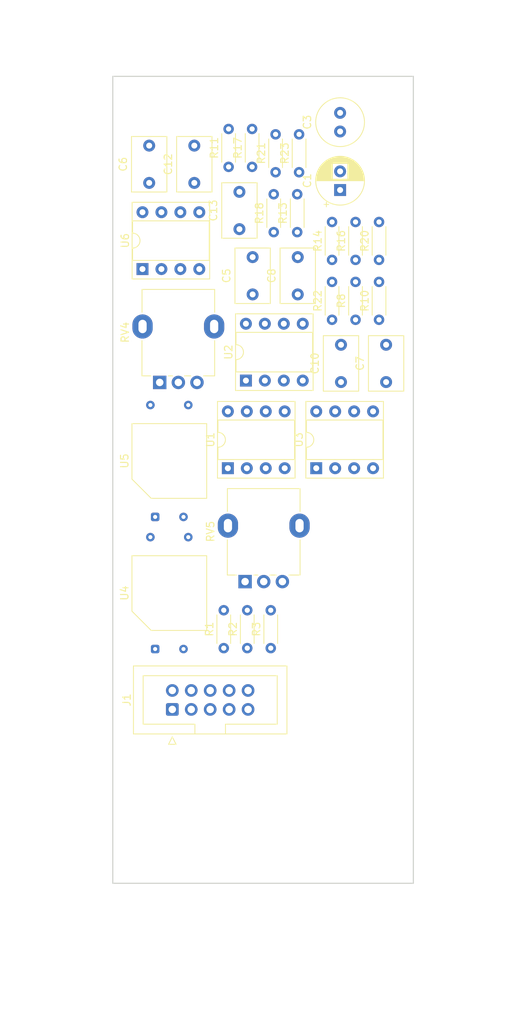
<source format=kicad_pcb>
(kicad_pcb (version 20171130) (host pcbnew 5.1.10)

  (general
    (thickness 1.6)
    (drawings 15)
    (tracks 0)
    (zones 0)
    (modules 37)
    (nets 37)
  )

  (page A4)
  (title_block
    (title "(title)")
    (comment 1 "PCB for panel")
    (comment 2 "(description)")
    (comment 4 "License CC BY 4.0 - Attribution 4.0 International")
  )

  (layers
    (0 F.Cu signal)
    (31 B.Cu signal)
    (32 B.Adhes user)
    (33 F.Adhes user)
    (34 B.Paste user)
    (35 F.Paste user)
    (36 B.SilkS user)
    (37 F.SilkS user)
    (38 B.Mask user)
    (39 F.Mask user)
    (40 Dwgs.User user)
    (41 Cmts.User user)
    (42 Eco1.User user)
    (43 Eco2.User user)
    (44 Edge.Cuts user)
    (45 Margin user)
    (46 B.CrtYd user)
    (47 F.CrtYd user)
    (48 B.Fab user)
    (49 F.Fab user)
  )

  (setup
    (last_trace_width 0.25)
    (user_trace_width 0.381)
    (user_trace_width 0.762)
    (trace_clearance 0.2)
    (zone_clearance 0.508)
    (zone_45_only no)
    (trace_min 0.2)
    (via_size 0.8)
    (via_drill 0.4)
    (via_min_size 0.4)
    (via_min_drill 0.3)
    (uvia_size 0.3)
    (uvia_drill 0.1)
    (uvias_allowed no)
    (uvia_min_size 0.2)
    (uvia_min_drill 0.1)
    (edge_width 0.05)
    (segment_width 0.2)
    (pcb_text_width 0.3)
    (pcb_text_size 1.5 1.5)
    (mod_edge_width 0.12)
    (mod_text_size 1 1)
    (mod_text_width 0.15)
    (pad_size 1.524 1.524)
    (pad_drill 0.762)
    (pad_to_mask_clearance 0)
    (aux_axis_origin 0 0)
    (visible_elements FFFFFF7F)
    (pcbplotparams
      (layerselection 0x010fc_ffffffff)
      (usegerberextensions false)
      (usegerberattributes true)
      (usegerberadvancedattributes true)
      (creategerberjobfile true)
      (excludeedgelayer true)
      (linewidth 0.100000)
      (plotframeref false)
      (viasonmask false)
      (mode 1)
      (useauxorigin false)
      (hpglpennumber 1)
      (hpglpenspeed 20)
      (hpglpendiameter 15.000000)
      (psnegative false)
      (psa4output false)
      (plotreference true)
      (plotvalue true)
      (plotinvisibletext false)
      (padsonsilk false)
      (subtractmaskfromsilk false)
      (outputformat 1)
      (mirror false)
      (drillshape 1)
      (scaleselection 1)
      (outputdirectory ""))
  )

  (net 0 "")
  (net 1 GND)
  (net 2 +15V)
  (net 3 -15V)
  (net 4 IN)
  (net 5 "Net-(C3-Pad1)")
  (net 6 "Net-(C4-Pad1)")
  (net 7 "Net-(C6-Pad1)")
  (net 8 +5V)
  (net 9 VP)
  (net 10 VN)
  (net 11 "Net-(R5-Pad1)")
  (net 12 "Net-(R9-Pad2)")
  (net 13 "Net-(C9-Pad2)")
  (net 14 "Net-(C12-Pad2)")
  (net 15 "Net-(C12-Pad1)")
  (net 16 "Net-(D1-Pad2)")
  (net 17 "Net-(R11-Pad1)")
  (net 18 RES_1)
  (net 19 "Net-(R12-Pad1)")
  (net 20 "Net-(R13-Pad1)")
  (net 21 "Net-(R14-Pad1)")
  (net 22 "Net-(R15-Pad1)")
  (net 23 "Net-(R18-Pad1)")
  (net 24 "Net-(R19-Pad2)")
  (net 25 "Net-(R21-Pad2)")
  (net 26 "Net-(R21-Pad1)")
  (net 27 "Net-(U4-Pad1)")
  (net 28 /S4)
  (net 29 /S3)
  (net 30 "Net-(R22-Pad1)")
  (net 31 /S1)
  (net 32 /S2)
  (net 33 "Net-(C15-Pad2)")
  (net 34 OUT)
  (net 35 CV2)
  (net 36 "Net-(R24-Pad2)")

  (net_class Default "This is the default net class."
    (clearance 0.2)
    (trace_width 0.25)
    (via_dia 0.8)
    (via_drill 0.4)
    (uvia_dia 0.3)
    (uvia_drill 0.1)
    (add_net +15V)
    (add_net +5V)
    (add_net -15V)
    (add_net /S1)
    (add_net /S2)
    (add_net /S3)
    (add_net /S4)
    (add_net CV2)
    (add_net GND)
    (add_net IN)
    (add_net "Net-(C12-Pad1)")
    (add_net "Net-(C12-Pad2)")
    (add_net "Net-(C15-Pad2)")
    (add_net "Net-(C3-Pad1)")
    (add_net "Net-(C4-Pad1)")
    (add_net "Net-(C6-Pad1)")
    (add_net "Net-(C9-Pad2)")
    (add_net "Net-(D1-Pad2)")
    (add_net "Net-(R11-Pad1)")
    (add_net "Net-(R12-Pad1)")
    (add_net "Net-(R13-Pad1)")
    (add_net "Net-(R14-Pad1)")
    (add_net "Net-(R15-Pad1)")
    (add_net "Net-(R18-Pad1)")
    (add_net "Net-(R19-Pad2)")
    (add_net "Net-(R21-Pad1)")
    (add_net "Net-(R21-Pad2)")
    (add_net "Net-(R22-Pad1)")
    (add_net "Net-(R24-Pad2)")
    (add_net "Net-(R5-Pad1)")
    (add_net "Net-(R9-Pad2)")
    (add_net "Net-(U4-Pad1)")
    (add_net OUT)
    (add_net RES_1)
    (add_net VN)
    (add_net VP)
  )

  (module Package_DIP:DIP-8_W7.62mm_Socket (layer F.Cu) (tedit 5A02E8C5) (tstamp 6117D39B)
    (at 54.78 76.635241 90)
    (descr "8-lead though-hole mounted DIP package, row spacing 7.62 mm (300 mils), Socket")
    (tags "THT DIP DIL PDIP 2.54mm 7.62mm 300mil Socket")
    (path /611AE3C7)
    (fp_text reference U6 (at 3.81 -2.33 90) (layer F.SilkS)
      (effects (font (size 1 1) (thickness 0.15)))
    )
    (fp_text value TL072 (at 3.81 9.95 90) (layer F.Fab)
      (effects (font (size 1 1) (thickness 0.15)))
    )
    (fp_text user %R (at 3.81 3.81 90) (layer F.Fab)
      (effects (font (size 1 1) (thickness 0.15)))
    )
    (fp_arc (start 3.81 -1.33) (end 2.81 -1.33) (angle -180) (layer F.SilkS) (width 0.12))
    (fp_line (start 1.635 -1.27) (end 6.985 -1.27) (layer F.Fab) (width 0.1))
    (fp_line (start 6.985 -1.27) (end 6.985 8.89) (layer F.Fab) (width 0.1))
    (fp_line (start 6.985 8.89) (end 0.635 8.89) (layer F.Fab) (width 0.1))
    (fp_line (start 0.635 8.89) (end 0.635 -0.27) (layer F.Fab) (width 0.1))
    (fp_line (start 0.635 -0.27) (end 1.635 -1.27) (layer F.Fab) (width 0.1))
    (fp_line (start -1.27 -1.33) (end -1.27 8.95) (layer F.Fab) (width 0.1))
    (fp_line (start -1.27 8.95) (end 8.89 8.95) (layer F.Fab) (width 0.1))
    (fp_line (start 8.89 8.95) (end 8.89 -1.33) (layer F.Fab) (width 0.1))
    (fp_line (start 8.89 -1.33) (end -1.27 -1.33) (layer F.Fab) (width 0.1))
    (fp_line (start 2.81 -1.33) (end 1.16 -1.33) (layer F.SilkS) (width 0.12))
    (fp_line (start 1.16 -1.33) (end 1.16 8.95) (layer F.SilkS) (width 0.12))
    (fp_line (start 1.16 8.95) (end 6.46 8.95) (layer F.SilkS) (width 0.12))
    (fp_line (start 6.46 8.95) (end 6.46 -1.33) (layer F.SilkS) (width 0.12))
    (fp_line (start 6.46 -1.33) (end 4.81 -1.33) (layer F.SilkS) (width 0.12))
    (fp_line (start -1.33 -1.39) (end -1.33 9.01) (layer F.SilkS) (width 0.12))
    (fp_line (start -1.33 9.01) (end 8.95 9.01) (layer F.SilkS) (width 0.12))
    (fp_line (start 8.95 9.01) (end 8.95 -1.39) (layer F.SilkS) (width 0.12))
    (fp_line (start 8.95 -1.39) (end -1.33 -1.39) (layer F.SilkS) (width 0.12))
    (fp_line (start -1.55 -1.6) (end -1.55 9.2) (layer F.CrtYd) (width 0.05))
    (fp_line (start -1.55 9.2) (end 9.15 9.2) (layer F.CrtYd) (width 0.05))
    (fp_line (start 9.15 9.2) (end 9.15 -1.6) (layer F.CrtYd) (width 0.05))
    (fp_line (start 9.15 -1.6) (end -1.55 -1.6) (layer F.CrtYd) (width 0.05))
    (pad 8 thru_hole oval (at 7.62 0 90) (size 1.6 1.6) (drill 0.8) (layers *.Cu *.Mask))
    (pad 4 thru_hole oval (at 0 7.62 90) (size 1.6 1.6) (drill 0.8) (layers *.Cu *.Mask))
    (pad 7 thru_hole oval (at 7.62 2.54 90) (size 1.6 1.6) (drill 0.8) (layers *.Cu *.Mask)
      (net 29 /S3))
    (pad 3 thru_hole oval (at 0 5.08 90) (size 1.6 1.6) (drill 0.8) (layers *.Cu *.Mask))
    (pad 6 thru_hole oval (at 7.62 5.08 90) (size 1.6 1.6) (drill 0.8) (layers *.Cu *.Mask)
      (net 33 "Net-(C15-Pad2)"))
    (pad 2 thru_hole oval (at 0 2.54 90) (size 1.6 1.6) (drill 0.8) (layers *.Cu *.Mask))
    (pad 5 thru_hole oval (at 7.62 7.62 90) (size 1.6 1.6) (drill 0.8) (layers *.Cu *.Mask)
      (net 36 "Net-(R24-Pad2)"))
    (pad 1 thru_hole rect (at 0 0 90) (size 1.6 1.6) (drill 0.8) (layers *.Cu *.Mask))
    (model ${KISYS3DMOD}/Package_DIP.3dshapes/DIP-8_W7.62mm_Socket.wrl
      (at (xyz 0 0 0))
      (scale (xyz 1 1 1))
      (rotate (xyz 0 0 0))
    )
  )

  (module OptoDevice:PerkinElmer_VTL5C (layer F.Cu) (tedit 5B86F5E5) (tstamp 6117D377)
    (at 56.48 109.865241 90)
    (descr "Axial Vactrol (http://www.qsl.net/wa1ion/vactrol/vactrol.pdf)")
    (tags vactrol)
    (path /611FE797)
    (fp_text reference U5 (at 7.5 -4.1 90) (layer F.SilkS)
      (effects (font (size 1 1) (thickness 0.15)))
    )
    (fp_text value VTL5C (at 7.5 7.9 90) (layer F.Fab)
      (effects (font (size 1 1) (thickness 0.15)))
    )
    (fp_text user %R (at 7.5 1.9 90) (layer F.Fab)
      (effects (font (size 1 1) (thickness 0.1)))
    )
    (fp_line (start 12.51 6.91) (end 12.51 -3.11) (layer F.SilkS) (width 0.12))
    (fp_line (start 2.49 6.91) (end 12.51 6.91) (layer F.SilkS) (width 0.12))
    (fp_line (start 2.49 -0.53) (end 2.49 6.91) (layer F.SilkS) (width 0.12))
    (fp_line (start 5.07 -3.11) (end 2.49 -0.53) (layer F.SilkS) (width 0.12))
    (fp_line (start 12.51 -3.11) (end 5.07 -3.11) (layer F.SilkS) (width 0.12))
    (fp_line (start 5 -3.3) (end 12.7 -3.3) (layer F.CrtYd) (width 0.05))
    (fp_line (start 2.53 -0.83) (end 5 -3.3) (layer F.CrtYd) (width 0.05))
    (fp_line (start 2.3 7.1) (end 2.3 4.63) (layer F.CrtYd) (width 0.05))
    (fp_line (start 12.7 7.1) (end 2.3 7.1) (layer F.CrtYd) (width 0.05))
    (fp_line (start 12.7 -3.3) (end 12.7 -1.47) (layer F.CrtYd) (width 0.05))
    (fp_line (start 0.7 3.55) (end 2.55 2.9) (layer F.Fab) (width 0.1))
    (fp_line (start 14.3 -0.64) (end 12.45 -0.64) (layer F.Fab) (width 0.1))
    (fp_line (start 5.1 -3.05) (end 2.55 -0.5) (layer F.Fab) (width 0.1))
    (fp_line (start 2.55 6.85) (end 2.55 -0.5) (layer F.Fab) (width 0.1))
    (fp_line (start 12.45 6.85) (end 2.55 6.85) (layer F.Fab) (width 0.1))
    (fp_line (start 12.45 -3.05) (end 12.45 6.85) (layer F.Fab) (width 0.1))
    (fp_line (start 5.1 -3.05) (end 12.45 -3.05) (layer F.Fab) (width 0.1))
    (fp_line (start 14.3 4.44) (end 12.45 4.44) (layer F.Fab) (width 0.1))
    (fp_line (start 0.7 0.25) (end 2.55 0.9) (layer F.Fab) (width 0.1))
    (fp_line (start -0.83 4.63) (end -0.83 -0.83) (layer F.CrtYd) (width 0.05))
    (fp_line (start 2.53 -0.83) (end -0.83 -0.83) (layer F.CrtYd) (width 0.05))
    (fp_line (start 2.3 4.63) (end -0.83 4.63) (layer F.CrtYd) (width 0.05))
    (fp_line (start 15.83 -1.47) (end 12.7 -1.47) (layer F.CrtYd) (width 0.05))
    (fp_line (start 15.83 5.27) (end 12.7 5.27) (layer F.CrtYd) (width 0.05))
    (fp_line (start 15.83 5.27) (end 15.83 -1.47) (layer F.CrtYd) (width 0.05))
    (fp_line (start 12.7 5.27) (end 12.7 7.1) (layer F.CrtYd) (width 0.05))
    (pad 2 thru_hole circle (at 0 3.8 90) (size 1.15 1.15) (drill 0.55) (layers *.Cu *.Mask)
      (net 27 "Net-(U4-Pad1)"))
    (pad 4 thru_hole circle (at 15 4.44 90) (size 1.15 1.15) (drill 0.55) (layers *.Cu *.Mask)
      (net 6 "Net-(C4-Pad1)"))
    (pad 3 thru_hole circle (at 15 -0.64 90) (size 1.15 1.15) (drill 0.55) (layers *.Cu *.Mask)
      (net 7 "Net-(C6-Pad1)"))
    (pad 1 thru_hole roundrect (at 0 0 90) (size 1.15 1.15) (drill 0.55) (layers *.Cu *.Mask) (roundrect_rratio 0.25)
      (net 26 "Net-(R21-Pad1)"))
    (model ${KISYS3DMOD}/OptoDevice.3dshapes/PerkinElmer_VTL5C.wrl
      (at (xyz 0 0 0))
      (scale (xyz 1 1 1))
      (rotate (xyz 0 0 0))
    )
  )

  (module OptoDevice:PerkinElmer_VTL5C (layer F.Cu) (tedit 5B86F5E5) (tstamp 6117D354)
    (at 56.48 127.575241 90)
    (descr "Axial Vactrol (http://www.qsl.net/wa1ion/vactrol/vactrol.pdf)")
    (tags vactrol)
    (path /611FD557)
    (fp_text reference U4 (at 7.5 -4.1 90) (layer F.SilkS)
      (effects (font (size 1 1) (thickness 0.15)))
    )
    (fp_text value VTL5C (at 7.5 7.9 90) (layer F.Fab)
      (effects (font (size 1 1) (thickness 0.15)))
    )
    (fp_text user %R (at 7.5 1.9 90) (layer F.Fab)
      (effects (font (size 1 1) (thickness 0.1)))
    )
    (fp_line (start 12.51 6.91) (end 12.51 -3.11) (layer F.SilkS) (width 0.12))
    (fp_line (start 2.49 6.91) (end 12.51 6.91) (layer F.SilkS) (width 0.12))
    (fp_line (start 2.49 -0.53) (end 2.49 6.91) (layer F.SilkS) (width 0.12))
    (fp_line (start 5.07 -3.11) (end 2.49 -0.53) (layer F.SilkS) (width 0.12))
    (fp_line (start 12.51 -3.11) (end 5.07 -3.11) (layer F.SilkS) (width 0.12))
    (fp_line (start 5 -3.3) (end 12.7 -3.3) (layer F.CrtYd) (width 0.05))
    (fp_line (start 2.53 -0.83) (end 5 -3.3) (layer F.CrtYd) (width 0.05))
    (fp_line (start 2.3 7.1) (end 2.3 4.63) (layer F.CrtYd) (width 0.05))
    (fp_line (start 12.7 7.1) (end 2.3 7.1) (layer F.CrtYd) (width 0.05))
    (fp_line (start 12.7 -3.3) (end 12.7 -1.47) (layer F.CrtYd) (width 0.05))
    (fp_line (start 0.7 3.55) (end 2.55 2.9) (layer F.Fab) (width 0.1))
    (fp_line (start 14.3 -0.64) (end 12.45 -0.64) (layer F.Fab) (width 0.1))
    (fp_line (start 5.1 -3.05) (end 2.55 -0.5) (layer F.Fab) (width 0.1))
    (fp_line (start 2.55 6.85) (end 2.55 -0.5) (layer F.Fab) (width 0.1))
    (fp_line (start 12.45 6.85) (end 2.55 6.85) (layer F.Fab) (width 0.1))
    (fp_line (start 12.45 -3.05) (end 12.45 6.85) (layer F.Fab) (width 0.1))
    (fp_line (start 5.1 -3.05) (end 12.45 -3.05) (layer F.Fab) (width 0.1))
    (fp_line (start 14.3 4.44) (end 12.45 4.44) (layer F.Fab) (width 0.1))
    (fp_line (start 0.7 0.25) (end 2.55 0.9) (layer F.Fab) (width 0.1))
    (fp_line (start -0.83 4.63) (end -0.83 -0.83) (layer F.CrtYd) (width 0.05))
    (fp_line (start 2.53 -0.83) (end -0.83 -0.83) (layer F.CrtYd) (width 0.05))
    (fp_line (start 2.3 4.63) (end -0.83 4.63) (layer F.CrtYd) (width 0.05))
    (fp_line (start 15.83 -1.47) (end 12.7 -1.47) (layer F.CrtYd) (width 0.05))
    (fp_line (start 15.83 5.27) (end 12.7 5.27) (layer F.CrtYd) (width 0.05))
    (fp_line (start 15.83 5.27) (end 15.83 -1.47) (layer F.CrtYd) (width 0.05))
    (fp_line (start 12.7 5.27) (end 12.7 7.1) (layer F.CrtYd) (width 0.05))
    (pad 2 thru_hole circle (at 0 3.8 90) (size 1.15 1.15) (drill 0.55) (layers *.Cu *.Mask)
      (net 16 "Net-(D1-Pad2)"))
    (pad 4 thru_hole circle (at 15 4.44 90) (size 1.15 1.15) (drill 0.55) (layers *.Cu *.Mask)
      (net 11 "Net-(R5-Pad1)"))
    (pad 3 thru_hole circle (at 15 -0.64 90) (size 1.15 1.15) (drill 0.55) (layers *.Cu *.Mask)
      (net 6 "Net-(C4-Pad1)"))
    (pad 1 thru_hole roundrect (at 0 0 90) (size 1.15 1.15) (drill 0.55) (layers *.Cu *.Mask) (roundrect_rratio 0.25)
      (net 27 "Net-(U4-Pad1)"))
    (model ${KISYS3DMOD}/OptoDevice.3dshapes/PerkinElmer_VTL5C.wrl
      (at (xyz 0 0 0))
      (scale (xyz 1 1 1))
      (rotate (xyz 0 0 0))
    )
  )

  (module Package_DIP:DIP-8_W7.62mm_Socket (layer F.Cu) (tedit 5A02E8C5) (tstamp 6117D331)
    (at 78.08 103.335241 90)
    (descr "8-lead though-hole mounted DIP package, row spacing 7.62 mm (300 mils), Socket")
    (tags "THT DIP DIL PDIP 2.54mm 7.62mm 300mil Socket")
    (path /612C8A9A)
    (fp_text reference U3 (at 3.81 -2.33 90) (layer F.SilkS)
      (effects (font (size 1 1) (thickness 0.15)))
    )
    (fp_text value TL072 (at 3.81 9.95 90) (layer F.Fab)
      (effects (font (size 1 1) (thickness 0.15)))
    )
    (fp_text user %R (at 3.81 3.81 90) (layer F.Fab)
      (effects (font (size 1 1) (thickness 0.15)))
    )
    (fp_arc (start 3.81 -1.33) (end 2.81 -1.33) (angle -180) (layer F.SilkS) (width 0.12))
    (fp_line (start 1.635 -1.27) (end 6.985 -1.27) (layer F.Fab) (width 0.1))
    (fp_line (start 6.985 -1.27) (end 6.985 8.89) (layer F.Fab) (width 0.1))
    (fp_line (start 6.985 8.89) (end 0.635 8.89) (layer F.Fab) (width 0.1))
    (fp_line (start 0.635 8.89) (end 0.635 -0.27) (layer F.Fab) (width 0.1))
    (fp_line (start 0.635 -0.27) (end 1.635 -1.27) (layer F.Fab) (width 0.1))
    (fp_line (start -1.27 -1.33) (end -1.27 8.95) (layer F.Fab) (width 0.1))
    (fp_line (start -1.27 8.95) (end 8.89 8.95) (layer F.Fab) (width 0.1))
    (fp_line (start 8.89 8.95) (end 8.89 -1.33) (layer F.Fab) (width 0.1))
    (fp_line (start 8.89 -1.33) (end -1.27 -1.33) (layer F.Fab) (width 0.1))
    (fp_line (start 2.81 -1.33) (end 1.16 -1.33) (layer F.SilkS) (width 0.12))
    (fp_line (start 1.16 -1.33) (end 1.16 8.95) (layer F.SilkS) (width 0.12))
    (fp_line (start 1.16 8.95) (end 6.46 8.95) (layer F.SilkS) (width 0.12))
    (fp_line (start 6.46 8.95) (end 6.46 -1.33) (layer F.SilkS) (width 0.12))
    (fp_line (start 6.46 -1.33) (end 4.81 -1.33) (layer F.SilkS) (width 0.12))
    (fp_line (start -1.33 -1.39) (end -1.33 9.01) (layer F.SilkS) (width 0.12))
    (fp_line (start -1.33 9.01) (end 8.95 9.01) (layer F.SilkS) (width 0.12))
    (fp_line (start 8.95 9.01) (end 8.95 -1.39) (layer F.SilkS) (width 0.12))
    (fp_line (start 8.95 -1.39) (end -1.33 -1.39) (layer F.SilkS) (width 0.12))
    (fp_line (start -1.55 -1.6) (end -1.55 9.2) (layer F.CrtYd) (width 0.05))
    (fp_line (start -1.55 9.2) (end 9.15 9.2) (layer F.CrtYd) (width 0.05))
    (fp_line (start 9.15 9.2) (end 9.15 -1.6) (layer F.CrtYd) (width 0.05))
    (fp_line (start 9.15 -1.6) (end -1.55 -1.6) (layer F.CrtYd) (width 0.05))
    (pad 8 thru_hole oval (at 7.62 0 90) (size 1.6 1.6) (drill 0.8) (layers *.Cu *.Mask)
      (net 2 +15V))
    (pad 4 thru_hole oval (at 0 7.62 90) (size 1.6 1.6) (drill 0.8) (layers *.Cu *.Mask)
      (net 3 -15V))
    (pad 7 thru_hole oval (at 7.62 2.54 90) (size 1.6 1.6) (drill 0.8) (layers *.Cu *.Mask)
      (net 18 RES_1))
    (pad 3 thru_hole oval (at 0 5.08 90) (size 1.6 1.6) (drill 0.8) (layers *.Cu *.Mask)
      (net 5 "Net-(C3-Pad1)"))
    (pad 6 thru_hole oval (at 7.62 5.08 90) (size 1.6 1.6) (drill 0.8) (layers *.Cu *.Mask)
      (net 12 "Net-(R9-Pad2)"))
    (pad 2 thru_hole oval (at 0 2.54 90) (size 1.6 1.6) (drill 0.8) (layers *.Cu *.Mask)
      (net 30 "Net-(R22-Pad1)"))
    (pad 5 thru_hole oval (at 7.62 7.62 90) (size 1.6 1.6) (drill 0.8) (layers *.Cu *.Mask)
      (net 7 "Net-(C6-Pad1)"))
    (pad 1 thru_hole rect (at 0 0 90) (size 1.6 1.6) (drill 0.8) (layers *.Cu *.Mask)
      (net 11 "Net-(R5-Pad1)"))
    (model ${KISYS3DMOD}/Package_DIP.3dshapes/DIP-8_W7.62mm_Socket.wrl
      (at (xyz 0 0 0))
      (scale (xyz 1 1 1))
      (rotate (xyz 0 0 0))
    )
  )

  (module Package_DIP:DIP-8_W7.62mm_Socket (layer F.Cu) (tedit 5A02E8C5) (tstamp 6117D30D)
    (at 68.65 91.585241 90)
    (descr "8-lead though-hole mounted DIP package, row spacing 7.62 mm (300 mils), Socket")
    (tags "THT DIP DIL PDIP 2.54mm 7.62mm 300mil Socket")
    (path /611694E0)
    (fp_text reference U2 (at 3.81 -2.33 90) (layer F.SilkS)
      (effects (font (size 1 1) (thickness 0.15)))
    )
    (fp_text value TL072 (at 3.81 9.95 90) (layer F.Fab)
      (effects (font (size 1 1) (thickness 0.15)))
    )
    (fp_text user %R (at 3.81 3.81 90) (layer F.Fab)
      (effects (font (size 1 1) (thickness 0.15)))
    )
    (fp_arc (start 3.81 -1.33) (end 2.81 -1.33) (angle -180) (layer F.SilkS) (width 0.12))
    (fp_line (start 1.635 -1.27) (end 6.985 -1.27) (layer F.Fab) (width 0.1))
    (fp_line (start 6.985 -1.27) (end 6.985 8.89) (layer F.Fab) (width 0.1))
    (fp_line (start 6.985 8.89) (end 0.635 8.89) (layer F.Fab) (width 0.1))
    (fp_line (start 0.635 8.89) (end 0.635 -0.27) (layer F.Fab) (width 0.1))
    (fp_line (start 0.635 -0.27) (end 1.635 -1.27) (layer F.Fab) (width 0.1))
    (fp_line (start -1.27 -1.33) (end -1.27 8.95) (layer F.Fab) (width 0.1))
    (fp_line (start -1.27 8.95) (end 8.89 8.95) (layer F.Fab) (width 0.1))
    (fp_line (start 8.89 8.95) (end 8.89 -1.33) (layer F.Fab) (width 0.1))
    (fp_line (start 8.89 -1.33) (end -1.27 -1.33) (layer F.Fab) (width 0.1))
    (fp_line (start 2.81 -1.33) (end 1.16 -1.33) (layer F.SilkS) (width 0.12))
    (fp_line (start 1.16 -1.33) (end 1.16 8.95) (layer F.SilkS) (width 0.12))
    (fp_line (start 1.16 8.95) (end 6.46 8.95) (layer F.SilkS) (width 0.12))
    (fp_line (start 6.46 8.95) (end 6.46 -1.33) (layer F.SilkS) (width 0.12))
    (fp_line (start 6.46 -1.33) (end 4.81 -1.33) (layer F.SilkS) (width 0.12))
    (fp_line (start -1.33 -1.39) (end -1.33 9.01) (layer F.SilkS) (width 0.12))
    (fp_line (start -1.33 9.01) (end 8.95 9.01) (layer F.SilkS) (width 0.12))
    (fp_line (start 8.95 9.01) (end 8.95 -1.39) (layer F.SilkS) (width 0.12))
    (fp_line (start 8.95 -1.39) (end -1.33 -1.39) (layer F.SilkS) (width 0.12))
    (fp_line (start -1.55 -1.6) (end -1.55 9.2) (layer F.CrtYd) (width 0.05))
    (fp_line (start -1.55 9.2) (end 9.15 9.2) (layer F.CrtYd) (width 0.05))
    (fp_line (start 9.15 9.2) (end 9.15 -1.6) (layer F.CrtYd) (width 0.05))
    (fp_line (start 9.15 -1.6) (end -1.55 -1.6) (layer F.CrtYd) (width 0.05))
    (pad 8 thru_hole oval (at 7.62 0 90) (size 1.6 1.6) (drill 0.8) (layers *.Cu *.Mask)
      (net 2 +15V))
    (pad 4 thru_hole oval (at 0 7.62 90) (size 1.6 1.6) (drill 0.8) (layers *.Cu *.Mask)
      (net 3 -15V))
    (pad 7 thru_hole oval (at 7.62 2.54 90) (size 1.6 1.6) (drill 0.8) (layers *.Cu *.Mask)
      (net 21 "Net-(R14-Pad1)"))
    (pad 3 thru_hole oval (at 0 5.08 90) (size 1.6 1.6) (drill 0.8) (layers *.Cu *.Mask)
      (net 23 "Net-(R18-Pad1)"))
    (pad 6 thru_hole oval (at 7.62 5.08 90) (size 1.6 1.6) (drill 0.8) (layers *.Cu *.Mask)
      (net 20 "Net-(R13-Pad1)"))
    (pad 2 thru_hole oval (at 0 2.54 90) (size 1.6 1.6) (drill 0.8) (layers *.Cu *.Mask)
      (net 15 "Net-(C12-Pad1)"))
    (pad 5 thru_hole oval (at 7.62 7.62 90) (size 1.6 1.6) (drill 0.8) (layers *.Cu *.Mask)
      (net 1 GND))
    (pad 1 thru_hole rect (at 0 0 90) (size 1.6 1.6) (drill 0.8) (layers *.Cu *.Mask)
      (net 25 "Net-(R21-Pad2)"))
    (model ${KISYS3DMOD}/Package_DIP.3dshapes/DIP-8_W7.62mm_Socket.wrl
      (at (xyz 0 0 0))
      (scale (xyz 1 1 1))
      (rotate (xyz 0 0 0))
    )
  )

  (module Package_DIP:DIP-8_W7.62mm_Socket (layer F.Cu) (tedit 5A02E8C5) (tstamp 6117D2E9)
    (at 66.23 103.335241 90)
    (descr "8-lead though-hole mounted DIP package, row spacing 7.62 mm (300 mils), Socket")
    (tags "THT DIP DIL PDIP 2.54mm 7.62mm 300mil Socket")
    (path /61167D85)
    (fp_text reference U1 (at 3.81 -2.33 90) (layer F.SilkS)
      (effects (font (size 1 1) (thickness 0.15)))
    )
    (fp_text value TL072 (at 3.81 9.95 90) (layer F.Fab)
      (effects (font (size 1 1) (thickness 0.15)))
    )
    (fp_text user %R (at 3.81 3.81 90) (layer F.Fab)
      (effects (font (size 1 1) (thickness 0.15)))
    )
    (fp_arc (start 3.81 -1.33) (end 2.81 -1.33) (angle -180) (layer F.SilkS) (width 0.12))
    (fp_line (start 1.635 -1.27) (end 6.985 -1.27) (layer F.Fab) (width 0.1))
    (fp_line (start 6.985 -1.27) (end 6.985 8.89) (layer F.Fab) (width 0.1))
    (fp_line (start 6.985 8.89) (end 0.635 8.89) (layer F.Fab) (width 0.1))
    (fp_line (start 0.635 8.89) (end 0.635 -0.27) (layer F.Fab) (width 0.1))
    (fp_line (start 0.635 -0.27) (end 1.635 -1.27) (layer F.Fab) (width 0.1))
    (fp_line (start -1.27 -1.33) (end -1.27 8.95) (layer F.Fab) (width 0.1))
    (fp_line (start -1.27 8.95) (end 8.89 8.95) (layer F.Fab) (width 0.1))
    (fp_line (start 8.89 8.95) (end 8.89 -1.33) (layer F.Fab) (width 0.1))
    (fp_line (start 8.89 -1.33) (end -1.27 -1.33) (layer F.Fab) (width 0.1))
    (fp_line (start 2.81 -1.33) (end 1.16 -1.33) (layer F.SilkS) (width 0.12))
    (fp_line (start 1.16 -1.33) (end 1.16 8.95) (layer F.SilkS) (width 0.12))
    (fp_line (start 1.16 8.95) (end 6.46 8.95) (layer F.SilkS) (width 0.12))
    (fp_line (start 6.46 8.95) (end 6.46 -1.33) (layer F.SilkS) (width 0.12))
    (fp_line (start 6.46 -1.33) (end 4.81 -1.33) (layer F.SilkS) (width 0.12))
    (fp_line (start -1.33 -1.39) (end -1.33 9.01) (layer F.SilkS) (width 0.12))
    (fp_line (start -1.33 9.01) (end 8.95 9.01) (layer F.SilkS) (width 0.12))
    (fp_line (start 8.95 9.01) (end 8.95 -1.39) (layer F.SilkS) (width 0.12))
    (fp_line (start 8.95 -1.39) (end -1.33 -1.39) (layer F.SilkS) (width 0.12))
    (fp_line (start -1.55 -1.6) (end -1.55 9.2) (layer F.CrtYd) (width 0.05))
    (fp_line (start -1.55 9.2) (end 9.15 9.2) (layer F.CrtYd) (width 0.05))
    (fp_line (start 9.15 9.2) (end 9.15 -1.6) (layer F.CrtYd) (width 0.05))
    (fp_line (start 9.15 -1.6) (end -1.55 -1.6) (layer F.CrtYd) (width 0.05))
    (pad 8 thru_hole oval (at 7.62 0 90) (size 1.6 1.6) (drill 0.8) (layers *.Cu *.Mask)
      (net 2 +15V))
    (pad 4 thru_hole oval (at 0 7.62 90) (size 1.6 1.6) (drill 0.8) (layers *.Cu *.Mask)
      (net 3 -15V))
    (pad 7 thru_hole oval (at 7.62 2.54 90) (size 1.6 1.6) (drill 0.8) (layers *.Cu *.Mask)
      (net 29 /S3))
    (pad 3 thru_hole oval (at 0 5.08 90) (size 1.6 1.6) (drill 0.8) (layers *.Cu *.Mask)
      (net 1 GND))
    (pad 6 thru_hole oval (at 7.62 5.08 90) (size 1.6 1.6) (drill 0.8) (layers *.Cu *.Mask)
      (net 13 "Net-(C9-Pad2)"))
    (pad 2 thru_hole oval (at 0 2.54 90) (size 1.6 1.6) (drill 0.8) (layers *.Cu *.Mask)
      (net 17 "Net-(R11-Pad1)"))
    (pad 5 thru_hole oval (at 7.62 7.62 90) (size 1.6 1.6) (drill 0.8) (layers *.Cu *.Mask)
      (net 18 RES_1))
    (pad 1 thru_hole rect (at 0 0 90) (size 1.6 1.6) (drill 0.8) (layers *.Cu *.Mask)
      (net 19 "Net-(R12-Pad1)"))
    (model ${KISYS3DMOD}/Package_DIP.3dshapes/DIP-8_W7.62mm_Socket.wrl
      (at (xyz 0 0 0))
      (scale (xyz 1 1 1))
      (rotate (xyz 0 0 0))
    )
  )

  (module elektrophon:Potentiometer_Alpha_RD901F-40-00D_Single_Vertical (layer F.Cu) (tedit 5DA46BB9) (tstamp 6117D2AD)
    (at 71.08 111.035241 90)
    (descr "Potentiometer, vertical, 9mm, single, http://www.taiwanalpha.com.tw/downloads?target=products&id=113")
    (tags "potentiometer vertical 9mm single")
    (path /611EFDB9)
    (fp_text reference RV5 (at -0.79 -7.18 270) (layer F.SilkS)
      (effects (font (size 1 1) (thickness 0.15)))
    )
    (fp_text value 20k (at -7.5 7.32 270) (layer F.Fab)
      (effects (font (size 1 1) (thickness 0.15)))
    )
    (fp_text user %R (at 0.12 0 90) (layer F.Fab)
      (effects (font (size 1 1) (thickness 0.15)))
    )
    (fp_line (start -8.65 6.37) (end 5.1 6.37) (layer F.CrtYd) (width 0.05))
    (fp_line (start -8.65 -6.45) (end -8.65 6.37) (layer F.CrtYd) (width 0.05))
    (fp_line (start 5.1 -6.45) (end -8.65 -6.45) (layer F.CrtYd) (width 0.05))
    (fp_line (start 5.1 6.37) (end 5.1 -6.45) (layer F.CrtYd) (width 0.05))
    (fp_line (start 4.97 4.83) (end 4.97 -4.91) (layer F.SilkS) (width 0.12))
    (fp_line (start -6.62 4.83) (end -6.62 3.34) (layer F.SilkS) (width 0.12))
    (fp_line (start 1.91 4.83) (end 4.97 4.83) (layer F.SilkS) (width 0.12))
    (fp_line (start -6.62 -4.92) (end -1.9 -4.92) (layer F.SilkS) (width 0.12))
    (fp_circle (center 0 -0.04) (end 0 -3.54) (layer F.Fab) (width 0.1))
    (fp_line (start -6.5 4.71) (end -6.5 -4.79) (layer F.Fab) (width 0.1))
    (fp_line (start 4.85 4.71) (end 4.85 -4.79) (layer F.Fab) (width 0.1))
    (fp_line (start -6.5 -4.79) (end 4.85 -4.79) (layer F.Fab) (width 0.1))
    (fp_line (start -6.5 4.71) (end 4.85 4.71) (layer F.Fab) (width 0.1))
    (fp_line (start 1.91 -4.91) (end 4.97 -4.91) (layer F.SilkS) (width 0.12))
    (fp_line (start -6.62 4.83) (end -1.9 4.83) (layer F.SilkS) (width 0.12))
    (fp_line (start -6.62 -3.73) (end -6.62 -4.91) (layer F.SilkS) (width 0.12))
    (fp_line (start -6.62 -0.83) (end -6.62 -1.36) (layer F.SilkS) (width 0.12))
    (fp_line (start -6.62 1.62) (end -6.62 0.79) (layer F.SilkS) (width 0.12))
    (pad "" thru_hole oval (at 0 -4.84 180) (size 2.72 3.24) (drill oval 1.1 1.8) (layers *.Cu *.Mask))
    (pad "" thru_hole oval (at 0 4.76 180) (size 2.72 3.24) (drill oval 1.1 1.8) (layers *.Cu *.Mask))
    (pad 3 thru_hole circle (at -7.5 2.46 180) (size 1.8 1.8) (drill 1) (layers *.Cu *.Mask)
      (net 15 "Net-(C12-Pad1)"))
    (pad 2 thru_hole circle (at -7.5 -0.04 180) (size 1.8 1.8) (drill 1) (layers *.Cu *.Mask)
      (net 15 "Net-(C12-Pad1)"))
    (pad 1 thru_hole rect (at -7.5 -2.54 180) (size 1.8 1.8) (drill 1) (layers *.Cu *.Mask)
      (net 24 "Net-(R19-Pad2)"))
    (model ${KISYS3DMOD}/Potentiometer_THT.3dshapes/Potentiometer_Alpha_RD901F-40-00D_Single_Vertical.wrl
      (at (xyz 0 0 0))
      (scale (xyz 1 1 1))
      (rotate (xyz 0 0 0))
    )
    (model ${KIPRJMOD}/../../../lib/kicad/models/ALPHA-RD901F-40.step
      (at (xyz 0 0 0))
      (scale (xyz 1 1 1))
      (rotate (xyz 0 0 90))
    )
  )

  (module elektrophon:Potentiometer_Alpha_RD901F-40-00D_Single_Vertical (layer F.Cu) (tedit 5DA46BB9) (tstamp 6117D291)
    (at 59.63 84.335241 90)
    (descr "Potentiometer, vertical, 9mm, single, http://www.taiwanalpha.com.tw/downloads?target=products&id=113")
    (tags "potentiometer vertical 9mm single")
    (path /6126F85B)
    (fp_text reference RV4 (at -0.79 -7.18 270) (layer F.SilkS)
      (effects (font (size 1 1) (thickness 0.15)))
    )
    (fp_text value 50k (at -7.5 7.32 270) (layer F.Fab)
      (effects (font (size 1 1) (thickness 0.15)))
    )
    (fp_text user %R (at 0.12 0 90) (layer F.Fab)
      (effects (font (size 1 1) (thickness 0.15)))
    )
    (fp_line (start -8.65 6.37) (end 5.1 6.37) (layer F.CrtYd) (width 0.05))
    (fp_line (start -8.65 -6.45) (end -8.65 6.37) (layer F.CrtYd) (width 0.05))
    (fp_line (start 5.1 -6.45) (end -8.65 -6.45) (layer F.CrtYd) (width 0.05))
    (fp_line (start 5.1 6.37) (end 5.1 -6.45) (layer F.CrtYd) (width 0.05))
    (fp_line (start 4.97 4.83) (end 4.97 -4.91) (layer F.SilkS) (width 0.12))
    (fp_line (start -6.62 4.83) (end -6.62 3.34) (layer F.SilkS) (width 0.12))
    (fp_line (start 1.91 4.83) (end 4.97 4.83) (layer F.SilkS) (width 0.12))
    (fp_line (start -6.62 -4.92) (end -1.9 -4.92) (layer F.SilkS) (width 0.12))
    (fp_circle (center 0 -0.04) (end 0 -3.54) (layer F.Fab) (width 0.1))
    (fp_line (start -6.5 4.71) (end -6.5 -4.79) (layer F.Fab) (width 0.1))
    (fp_line (start 4.85 4.71) (end 4.85 -4.79) (layer F.Fab) (width 0.1))
    (fp_line (start -6.5 -4.79) (end 4.85 -4.79) (layer F.Fab) (width 0.1))
    (fp_line (start -6.5 4.71) (end 4.85 4.71) (layer F.Fab) (width 0.1))
    (fp_line (start 1.91 -4.91) (end 4.97 -4.91) (layer F.SilkS) (width 0.12))
    (fp_line (start -6.62 4.83) (end -1.9 4.83) (layer F.SilkS) (width 0.12))
    (fp_line (start -6.62 -3.73) (end -6.62 -4.91) (layer F.SilkS) (width 0.12))
    (fp_line (start -6.62 -0.83) (end -6.62 -1.36) (layer F.SilkS) (width 0.12))
    (fp_line (start -6.62 1.62) (end -6.62 0.79) (layer F.SilkS) (width 0.12))
    (pad "" thru_hole oval (at 0 -4.84 180) (size 2.72 3.24) (drill oval 1.1 1.8) (layers *.Cu *.Mask))
    (pad "" thru_hole oval (at 0 4.76 180) (size 2.72 3.24) (drill oval 1.1 1.8) (layers *.Cu *.Mask))
    (pad 3 thru_hole circle (at -7.5 2.46 180) (size 1.8 1.8) (drill 1) (layers *.Cu *.Mask)
      (net 13 "Net-(C9-Pad2)"))
    (pad 2 thru_hole circle (at -7.5 -0.04 180) (size 1.8 1.8) (drill 1) (layers *.Cu *.Mask)
      (net 29 /S3))
    (pad 1 thru_hole rect (at -7.5 -2.54 180) (size 1.8 1.8) (drill 1) (layers *.Cu *.Mask)
      (net 22 "Net-(R15-Pad1)"))
    (model ${KISYS3DMOD}/Potentiometer_THT.3dshapes/Potentiometer_Alpha_RD901F-40-00D_Single_Vertical.wrl
      (at (xyz 0 0 0))
      (scale (xyz 1 1 1))
      (rotate (xyz 0 0 0))
    )
    (model ${KIPRJMOD}/../../../lib/kicad/models/ALPHA-RD901F-40.step
      (at (xyz 0 0 0))
      (scale (xyz 1 1 1))
      (rotate (xyz 0 0 90))
    )
  )

  (module Resistor_THT:R_Axial_DIN0204_L3.6mm_D1.6mm_P5.08mm_Horizontal (layer F.Cu) (tedit 5AE5139B) (tstamp 6117D259)
    (at 75.78 63.655241 90)
    (descr "Resistor, Axial_DIN0204 series, Axial, Horizontal, pin pitch=5.08mm, 0.167W, length*diameter=3.6*1.6mm^2, http://cdn-reichelt.de/documents/datenblatt/B400/1_4W%23YAG.pdf")
    (tags "Resistor Axial_DIN0204 series Axial Horizontal pin pitch 5.08mm 0.167W length 3.6mm diameter 1.6mm")
    (path /612473C1)
    (fp_text reference R23 (at 2.54 -1.92 90) (layer F.SilkS)
      (effects (font (size 1 1) (thickness 0.15)))
    )
    (fp_text value 10k (at 2.54 1.92 90) (layer F.Fab)
      (effects (font (size 1 1) (thickness 0.15)))
    )
    (fp_text user %R (at 2.54 0 90) (layer F.Fab)
      (effects (font (size 0.72 0.72) (thickness 0.108)))
    )
    (fp_line (start 0.74 -0.8) (end 0.74 0.8) (layer F.Fab) (width 0.1))
    (fp_line (start 0.74 0.8) (end 4.34 0.8) (layer F.Fab) (width 0.1))
    (fp_line (start 4.34 0.8) (end 4.34 -0.8) (layer F.Fab) (width 0.1))
    (fp_line (start 4.34 -0.8) (end 0.74 -0.8) (layer F.Fab) (width 0.1))
    (fp_line (start 0 0) (end 0.74 0) (layer F.Fab) (width 0.1))
    (fp_line (start 5.08 0) (end 4.34 0) (layer F.Fab) (width 0.1))
    (fp_line (start 0.62 -0.92) (end 4.46 -0.92) (layer F.SilkS) (width 0.12))
    (fp_line (start 0.62 0.92) (end 4.46 0.92) (layer F.SilkS) (width 0.12))
    (fp_line (start -0.95 -1.05) (end -0.95 1.05) (layer F.CrtYd) (width 0.05))
    (fp_line (start -0.95 1.05) (end 6.03 1.05) (layer F.CrtYd) (width 0.05))
    (fp_line (start 6.03 1.05) (end 6.03 -1.05) (layer F.CrtYd) (width 0.05))
    (fp_line (start 6.03 -1.05) (end -0.95 -1.05) (layer F.CrtYd) (width 0.05))
    (pad 2 thru_hole oval (at 5.08 0 90) (size 1.4 1.4) (drill 0.7) (layers *.Cu *.Mask)
      (net 32 /S2))
    (pad 1 thru_hole circle (at 0 0 90) (size 1.4 1.4) (drill 0.7) (layers *.Cu *.Mask)
      (net 7 "Net-(C6-Pad1)"))
    (model ${KISYS3DMOD}/Resistor_THT.3dshapes/R_Axial_DIN0204_L3.6mm_D1.6mm_P5.08mm_Horizontal.wrl
      (at (xyz 0 0 0))
      (scale (xyz 1 1 1))
      (rotate (xyz 0 0 0))
    )
  )

  (module Resistor_THT:R_Axial_DIN0204_L3.6mm_D1.6mm_P5.08mm_Horizontal (layer F.Cu) (tedit 5AE5139B) (tstamp 6117D246)
    (at 80.2 83.435241 90)
    (descr "Resistor, Axial_DIN0204 series, Axial, Horizontal, pin pitch=5.08mm, 0.167W, length*diameter=3.6*1.6mm^2, http://cdn-reichelt.de/documents/datenblatt/B400/1_4W%23YAG.pdf")
    (tags "Resistor Axial_DIN0204 series Axial Horizontal pin pitch 5.08mm 0.167W length 3.6mm diameter 1.6mm")
    (path /61229656)
    (fp_text reference R22 (at 2.54 -1.92 90) (layer F.SilkS)
      (effects (font (size 1 1) (thickness 0.15)))
    )
    (fp_text value 15k (at 2.54 1.92 90) (layer F.Fab)
      (effects (font (size 1 1) (thickness 0.15)))
    )
    (fp_text user %R (at 2.54 0 90) (layer F.Fab)
      (effects (font (size 0.72 0.72) (thickness 0.108)))
    )
    (fp_line (start 0.74 -0.8) (end 0.74 0.8) (layer F.Fab) (width 0.1))
    (fp_line (start 0.74 0.8) (end 4.34 0.8) (layer F.Fab) (width 0.1))
    (fp_line (start 4.34 0.8) (end 4.34 -0.8) (layer F.Fab) (width 0.1))
    (fp_line (start 4.34 -0.8) (end 0.74 -0.8) (layer F.Fab) (width 0.1))
    (fp_line (start 0 0) (end 0.74 0) (layer F.Fab) (width 0.1))
    (fp_line (start 5.08 0) (end 4.34 0) (layer F.Fab) (width 0.1))
    (fp_line (start 0.62 -0.92) (end 4.46 -0.92) (layer F.SilkS) (width 0.12))
    (fp_line (start 0.62 0.92) (end 4.46 0.92) (layer F.SilkS) (width 0.12))
    (fp_line (start -0.95 -1.05) (end -0.95 1.05) (layer F.CrtYd) (width 0.05))
    (fp_line (start -0.95 1.05) (end 6.03 1.05) (layer F.CrtYd) (width 0.05))
    (fp_line (start 6.03 1.05) (end 6.03 -1.05) (layer F.CrtYd) (width 0.05))
    (fp_line (start 6.03 -1.05) (end -0.95 -1.05) (layer F.CrtYd) (width 0.05))
    (pad 2 thru_hole oval (at 5.08 0 90) (size 1.4 1.4) (drill 0.7) (layers *.Cu *.Mask)
      (net 31 /S1))
    (pad 1 thru_hole circle (at 0 0 90) (size 1.4 1.4) (drill 0.7) (layers *.Cu *.Mask)
      (net 30 "Net-(R22-Pad1)"))
    (model ${KISYS3DMOD}/Resistor_THT.3dshapes/R_Axial_DIN0204_L3.6mm_D1.6mm_P5.08mm_Horizontal.wrl
      (at (xyz 0 0 0))
      (scale (xyz 1 1 1))
      (rotate (xyz 0 0 0))
    )
  )

  (module Resistor_THT:R_Axial_DIN0204_L3.6mm_D1.6mm_P5.08mm_Horizontal (layer F.Cu) (tedit 5AE5139B) (tstamp 6117D233)
    (at 72.63 63.655241 90)
    (descr "Resistor, Axial_DIN0204 series, Axial, Horizontal, pin pitch=5.08mm, 0.167W, length*diameter=3.6*1.6mm^2, http://cdn-reichelt.de/documents/datenblatt/B400/1_4W%23YAG.pdf")
    (tags "Resistor Axial_DIN0204 series Axial Horizontal pin pitch 5.08mm 0.167W length 3.6mm diameter 1.6mm")
    (path /61205AA0)
    (fp_text reference R21 (at 2.54 -1.92 90) (layer F.SilkS)
      (effects (font (size 1 1) (thickness 0.15)))
    )
    (fp_text value 470 (at 2.54 1.92 90) (layer F.Fab)
      (effects (font (size 1 1) (thickness 0.15)))
    )
    (fp_text user %R (at 2.54 0 90) (layer F.Fab)
      (effects (font (size 0.72 0.72) (thickness 0.108)))
    )
    (fp_line (start 0.74 -0.8) (end 0.74 0.8) (layer F.Fab) (width 0.1))
    (fp_line (start 0.74 0.8) (end 4.34 0.8) (layer F.Fab) (width 0.1))
    (fp_line (start 4.34 0.8) (end 4.34 -0.8) (layer F.Fab) (width 0.1))
    (fp_line (start 4.34 -0.8) (end 0.74 -0.8) (layer F.Fab) (width 0.1))
    (fp_line (start 0 0) (end 0.74 0) (layer F.Fab) (width 0.1))
    (fp_line (start 5.08 0) (end 4.34 0) (layer F.Fab) (width 0.1))
    (fp_line (start 0.62 -0.92) (end 4.46 -0.92) (layer F.SilkS) (width 0.12))
    (fp_line (start 0.62 0.92) (end 4.46 0.92) (layer F.SilkS) (width 0.12))
    (fp_line (start -0.95 -1.05) (end -0.95 1.05) (layer F.CrtYd) (width 0.05))
    (fp_line (start -0.95 1.05) (end 6.03 1.05) (layer F.CrtYd) (width 0.05))
    (fp_line (start 6.03 1.05) (end 6.03 -1.05) (layer F.CrtYd) (width 0.05))
    (fp_line (start 6.03 -1.05) (end -0.95 -1.05) (layer F.CrtYd) (width 0.05))
    (pad 2 thru_hole oval (at 5.08 0 90) (size 1.4 1.4) (drill 0.7) (layers *.Cu *.Mask)
      (net 25 "Net-(R21-Pad2)"))
    (pad 1 thru_hole circle (at 0 0 90) (size 1.4 1.4) (drill 0.7) (layers *.Cu *.Mask)
      (net 26 "Net-(R21-Pad1)"))
    (model ${KISYS3DMOD}/Resistor_THT.3dshapes/R_Axial_DIN0204_L3.6mm_D1.6mm_P5.08mm_Horizontal.wrl
      (at (xyz 0 0 0))
      (scale (xyz 1 1 1))
      (rotate (xyz 0 0 0))
    )
  )

  (module Resistor_THT:R_Axial_DIN0204_L3.6mm_D1.6mm_P5.08mm_Horizontal (layer F.Cu) (tedit 5AE5139B) (tstamp 6117D220)
    (at 86.5 75.405241 90)
    (descr "Resistor, Axial_DIN0204 series, Axial, Horizontal, pin pitch=5.08mm, 0.167W, length*diameter=3.6*1.6mm^2, http://cdn-reichelt.de/documents/datenblatt/B400/1_4W%23YAG.pdf")
    (tags "Resistor Axial_DIN0204 series Axial Horizontal pin pitch 5.08mm 0.167W length 3.6mm diameter 1.6mm")
    (path /611FA2AF)
    (fp_text reference R20 (at 2.54 -1.92 90) (layer F.SilkS)
      (effects (font (size 1 1) (thickness 0.15)))
    )
    (fp_text value 100k (at 2.54 1.92 90) (layer F.Fab)
      (effects (font (size 1 1) (thickness 0.15)))
    )
    (fp_text user %R (at 2.54 0 90) (layer F.Fab)
      (effects (font (size 0.72 0.72) (thickness 0.108)))
    )
    (fp_line (start 0.74 -0.8) (end 0.74 0.8) (layer F.Fab) (width 0.1))
    (fp_line (start 0.74 0.8) (end 4.34 0.8) (layer F.Fab) (width 0.1))
    (fp_line (start 4.34 0.8) (end 4.34 -0.8) (layer F.Fab) (width 0.1))
    (fp_line (start 4.34 -0.8) (end 0.74 -0.8) (layer F.Fab) (width 0.1))
    (fp_line (start 0 0) (end 0.74 0) (layer F.Fab) (width 0.1))
    (fp_line (start 5.08 0) (end 4.34 0) (layer F.Fab) (width 0.1))
    (fp_line (start 0.62 -0.92) (end 4.46 -0.92) (layer F.SilkS) (width 0.12))
    (fp_line (start 0.62 0.92) (end 4.46 0.92) (layer F.SilkS) (width 0.12))
    (fp_line (start -0.95 -1.05) (end -0.95 1.05) (layer F.CrtYd) (width 0.05))
    (fp_line (start -0.95 1.05) (end 6.03 1.05) (layer F.CrtYd) (width 0.05))
    (fp_line (start 6.03 1.05) (end 6.03 -1.05) (layer F.CrtYd) (width 0.05))
    (fp_line (start 6.03 -1.05) (end -0.95 -1.05) (layer F.CrtYd) (width 0.05))
    (pad 2 thru_hole oval (at 5.08 0 90) (size 1.4 1.4) (drill 0.7) (layers *.Cu *.Mask)
      (net 16 "Net-(D1-Pad2)"))
    (pad 1 thru_hole circle (at 0 0 90) (size 1.4 1.4) (drill 0.7) (layers *.Cu *.Mask)
      (net 1 GND))
    (model ${KISYS3DMOD}/Resistor_THT.3dshapes/R_Axial_DIN0204_L3.6mm_D1.6mm_P5.08mm_Horizontal.wrl
      (at (xyz 0 0 0))
      (scale (xyz 1 1 1))
      (rotate (xyz 0 0 0))
    )
  )

  (module Resistor_THT:R_Axial_DIN0204_L3.6mm_D1.6mm_P5.08mm_Horizontal (layer F.Cu) (tedit 5AE5139B) (tstamp 6117D1FA)
    (at 72.38 71.685241 90)
    (descr "Resistor, Axial_DIN0204 series, Axial, Horizontal, pin pitch=5.08mm, 0.167W, length*diameter=3.6*1.6mm^2, http://cdn-reichelt.de/documents/datenblatt/B400/1_4W%23YAG.pdf")
    (tags "Resistor Axial_DIN0204 series Axial Horizontal pin pitch 5.08mm 0.167W length 3.6mm diameter 1.6mm")
    (path /612D0C60)
    (fp_text reference R18 (at 2.54 -1.92 90) (layer F.SilkS)
      (effects (font (size 1 1) (thickness 0.15)))
    )
    (fp_text value 10k (at 2.54 1.92 90) (layer F.Fab)
      (effects (font (size 1 1) (thickness 0.15)))
    )
    (fp_text user %R (at 2.54 0 90) (layer F.Fab)
      (effects (font (size 0.72 0.72) (thickness 0.108)))
    )
    (fp_line (start 0.74 -0.8) (end 0.74 0.8) (layer F.Fab) (width 0.1))
    (fp_line (start 0.74 0.8) (end 4.34 0.8) (layer F.Fab) (width 0.1))
    (fp_line (start 4.34 0.8) (end 4.34 -0.8) (layer F.Fab) (width 0.1))
    (fp_line (start 4.34 -0.8) (end 0.74 -0.8) (layer F.Fab) (width 0.1))
    (fp_line (start 0 0) (end 0.74 0) (layer F.Fab) (width 0.1))
    (fp_line (start 5.08 0) (end 4.34 0) (layer F.Fab) (width 0.1))
    (fp_line (start 0.62 -0.92) (end 4.46 -0.92) (layer F.SilkS) (width 0.12))
    (fp_line (start 0.62 0.92) (end 4.46 0.92) (layer F.SilkS) (width 0.12))
    (fp_line (start -0.95 -1.05) (end -0.95 1.05) (layer F.CrtYd) (width 0.05))
    (fp_line (start -0.95 1.05) (end 6.03 1.05) (layer F.CrtYd) (width 0.05))
    (fp_line (start 6.03 1.05) (end 6.03 -1.05) (layer F.CrtYd) (width 0.05))
    (fp_line (start 6.03 -1.05) (end -0.95 -1.05) (layer F.CrtYd) (width 0.05))
    (pad 2 thru_hole oval (at 5.08 0 90) (size 1.4 1.4) (drill 0.7) (layers *.Cu *.Mask)
      (net 1 GND))
    (pad 1 thru_hole circle (at 0 0 90) (size 1.4 1.4) (drill 0.7) (layers *.Cu *.Mask)
      (net 23 "Net-(R18-Pad1)"))
    (model ${KISYS3DMOD}/Resistor_THT.3dshapes/R_Axial_DIN0204_L3.6mm_D1.6mm_P5.08mm_Horizontal.wrl
      (at (xyz 0 0 0))
      (scale (xyz 1 1 1))
      (rotate (xyz 0 0 0))
    )
  )

  (module Resistor_THT:R_Axial_DIN0204_L3.6mm_D1.6mm_P5.08mm_Horizontal (layer F.Cu) (tedit 5AE5139B) (tstamp 6117D1E7)
    (at 69.48 62.935241 90)
    (descr "Resistor, Axial_DIN0204 series, Axial, Horizontal, pin pitch=5.08mm, 0.167W, length*diameter=3.6*1.6mm^2, http://cdn-reichelt.de/documents/datenblatt/B400/1_4W%23YAG.pdf")
    (tags "Resistor Axial_DIN0204 series Axial Horizontal pin pitch 5.08mm 0.167W length 3.6mm diameter 1.6mm")
    (path /611E2D40)
    (fp_text reference R17 (at 2.54 -1.92 90) (layer F.SilkS)
      (effects (font (size 1 1) (thickness 0.15)))
    )
    (fp_text value 100k (at 2.54 1.92 90) (layer F.Fab)
      (effects (font (size 1 1) (thickness 0.15)))
    )
    (fp_text user %R (at 2.54 0 90) (layer F.Fab)
      (effects (font (size 0.72 0.72) (thickness 0.108)))
    )
    (fp_line (start 0.74 -0.8) (end 0.74 0.8) (layer F.Fab) (width 0.1))
    (fp_line (start 0.74 0.8) (end 4.34 0.8) (layer F.Fab) (width 0.1))
    (fp_line (start 4.34 0.8) (end 4.34 -0.8) (layer F.Fab) (width 0.1))
    (fp_line (start 4.34 -0.8) (end 0.74 -0.8) (layer F.Fab) (width 0.1))
    (fp_line (start 0 0) (end 0.74 0) (layer F.Fab) (width 0.1))
    (fp_line (start 5.08 0) (end 4.34 0) (layer F.Fab) (width 0.1))
    (fp_line (start 0.62 -0.92) (end 4.46 -0.92) (layer F.SilkS) (width 0.12))
    (fp_line (start 0.62 0.92) (end 4.46 0.92) (layer F.SilkS) (width 0.12))
    (fp_line (start -0.95 -1.05) (end -0.95 1.05) (layer F.CrtYd) (width 0.05))
    (fp_line (start -0.95 1.05) (end 6.03 1.05) (layer F.CrtYd) (width 0.05))
    (fp_line (start 6.03 1.05) (end 6.03 -1.05) (layer F.CrtYd) (width 0.05))
    (fp_line (start 6.03 -1.05) (end -0.95 -1.05) (layer F.CrtYd) (width 0.05))
    (pad 2 thru_hole oval (at 5.08 0 90) (size 1.4 1.4) (drill 0.7) (layers *.Cu *.Mask)
      (net 21 "Net-(R14-Pad1)"))
    (pad 1 thru_hole circle (at 0 0 90) (size 1.4 1.4) (drill 0.7) (layers *.Cu *.Mask)
      (net 15 "Net-(C12-Pad1)"))
    (model ${KISYS3DMOD}/Resistor_THT.3dshapes/R_Axial_DIN0204_L3.6mm_D1.6mm_P5.08mm_Horizontal.wrl
      (at (xyz 0 0 0))
      (scale (xyz 1 1 1))
      (rotate (xyz 0 0 0))
    )
  )

  (module Resistor_THT:R_Axial_DIN0204_L3.6mm_D1.6mm_P5.08mm_Horizontal (layer F.Cu) (tedit 5AE5139B) (tstamp 6117D1D4)
    (at 83.35 75.405241 90)
    (descr "Resistor, Axial_DIN0204 series, Axial, Horizontal, pin pitch=5.08mm, 0.167W, length*diameter=3.6*1.6mm^2, http://cdn-reichelt.de/documents/datenblatt/B400/1_4W%23YAG.pdf")
    (tags "Resistor Axial_DIN0204 series Axial Horizontal pin pitch 5.08mm 0.167W length 3.6mm diameter 1.6mm")
    (path /611AAED3)
    (fp_text reference R16 (at 2.54 -1.92 90) (layer F.SilkS)
      (effects (font (size 1 1) (thickness 0.15)))
    )
    (fp_text value 470k (at 2.54 1.92 90) (layer F.Fab)
      (effects (font (size 1 1) (thickness 0.15)))
    )
    (fp_text user %R (at 2.54 0 90) (layer F.Fab)
      (effects (font (size 0.72 0.72) (thickness 0.108)))
    )
    (fp_line (start 0.74 -0.8) (end 0.74 0.8) (layer F.Fab) (width 0.1))
    (fp_line (start 0.74 0.8) (end 4.34 0.8) (layer F.Fab) (width 0.1))
    (fp_line (start 4.34 0.8) (end 4.34 -0.8) (layer F.Fab) (width 0.1))
    (fp_line (start 4.34 -0.8) (end 0.74 -0.8) (layer F.Fab) (width 0.1))
    (fp_line (start 0 0) (end 0.74 0) (layer F.Fab) (width 0.1))
    (fp_line (start 5.08 0) (end 4.34 0) (layer F.Fab) (width 0.1))
    (fp_line (start 0.62 -0.92) (end 4.46 -0.92) (layer F.SilkS) (width 0.12))
    (fp_line (start 0.62 0.92) (end 4.46 0.92) (layer F.SilkS) (width 0.12))
    (fp_line (start -0.95 -1.05) (end -0.95 1.05) (layer F.CrtYd) (width 0.05))
    (fp_line (start -0.95 1.05) (end 6.03 1.05) (layer F.CrtYd) (width 0.05))
    (fp_line (start 6.03 1.05) (end 6.03 -1.05) (layer F.CrtYd) (width 0.05))
    (fp_line (start 6.03 -1.05) (end -0.95 -1.05) (layer F.CrtYd) (width 0.05))
    (pad 2 thru_hole oval (at 5.08 0 90) (size 1.4 1.4) (drill 0.7) (layers *.Cu *.Mask)
      (net 21 "Net-(R14-Pad1)"))
    (pad 1 thru_hole circle (at 0 0 90) (size 1.4 1.4) (drill 0.7) (layers *.Cu *.Mask)
      (net 14 "Net-(C12-Pad2)"))
    (model ${KISYS3DMOD}/Resistor_THT.3dshapes/R_Axial_DIN0204_L3.6mm_D1.6mm_P5.08mm_Horizontal.wrl
      (at (xyz 0 0 0))
      (scale (xyz 1 1 1))
      (rotate (xyz 0 0 0))
    )
  )

  (module Resistor_THT:R_Axial_DIN0204_L3.6mm_D1.6mm_P5.08mm_Horizontal (layer F.Cu) (tedit 5AE5139B) (tstamp 6117D1AE)
    (at 80.2 75.405241 90)
    (descr "Resistor, Axial_DIN0204 series, Axial, Horizontal, pin pitch=5.08mm, 0.167W, length*diameter=3.6*1.6mm^2, http://cdn-reichelt.de/documents/datenblatt/B400/1_4W%23YAG.pdf")
    (tags "Resistor Axial_DIN0204 series Axial Horizontal pin pitch 5.08mm 0.167W length 3.6mm diameter 1.6mm")
    (path /61198371)
    (fp_text reference R14 (at 2.54 -1.92 90) (layer F.SilkS)
      (effects (font (size 1 1) (thickness 0.15)))
    )
    (fp_text value 100k (at 2.54 1.92 90) (layer F.Fab)
      (effects (font (size 1 1) (thickness 0.15)))
    )
    (fp_text user %R (at 2.54 0 90) (layer F.Fab)
      (effects (font (size 0.72 0.72) (thickness 0.108)))
    )
    (fp_line (start 0.74 -0.8) (end 0.74 0.8) (layer F.Fab) (width 0.1))
    (fp_line (start 0.74 0.8) (end 4.34 0.8) (layer F.Fab) (width 0.1))
    (fp_line (start 4.34 0.8) (end 4.34 -0.8) (layer F.Fab) (width 0.1))
    (fp_line (start 4.34 -0.8) (end 0.74 -0.8) (layer F.Fab) (width 0.1))
    (fp_line (start 0 0) (end 0.74 0) (layer F.Fab) (width 0.1))
    (fp_line (start 5.08 0) (end 4.34 0) (layer F.Fab) (width 0.1))
    (fp_line (start 0.62 -0.92) (end 4.46 -0.92) (layer F.SilkS) (width 0.12))
    (fp_line (start 0.62 0.92) (end 4.46 0.92) (layer F.SilkS) (width 0.12))
    (fp_line (start -0.95 -1.05) (end -0.95 1.05) (layer F.CrtYd) (width 0.05))
    (fp_line (start -0.95 1.05) (end 6.03 1.05) (layer F.CrtYd) (width 0.05))
    (fp_line (start 6.03 1.05) (end 6.03 -1.05) (layer F.CrtYd) (width 0.05))
    (fp_line (start 6.03 -1.05) (end -0.95 -1.05) (layer F.CrtYd) (width 0.05))
    (pad 2 thru_hole oval (at 5.08 0 90) (size 1.4 1.4) (drill 0.7) (layers *.Cu *.Mask)
      (net 20 "Net-(R13-Pad1)"))
    (pad 1 thru_hole circle (at 0 0 90) (size 1.4 1.4) (drill 0.7) (layers *.Cu *.Mask)
      (net 21 "Net-(R14-Pad1)"))
    (model ${KISYS3DMOD}/Resistor_THT.3dshapes/R_Axial_DIN0204_L3.6mm_D1.6mm_P5.08mm_Horizontal.wrl
      (at (xyz 0 0 0))
      (scale (xyz 1 1 1))
      (rotate (xyz 0 0 0))
    )
  )

  (module Resistor_THT:R_Axial_DIN0204_L3.6mm_D1.6mm_P5.08mm_Horizontal (layer F.Cu) (tedit 5AE5139B) (tstamp 6117D19B)
    (at 75.53 71.685241 90)
    (descr "Resistor, Axial_DIN0204 series, Axial, Horizontal, pin pitch=5.08mm, 0.167W, length*diameter=3.6*1.6mm^2, http://cdn-reichelt.de/documents/datenblatt/B400/1_4W%23YAG.pdf")
    (tags "Resistor Axial_DIN0204 series Axial Horizontal pin pitch 5.08mm 0.167W length 3.6mm diameter 1.6mm")
    (path /6119CB52)
    (fp_text reference R13 (at 2.54 -1.92 90) (layer F.SilkS)
      (effects (font (size 1 1) (thickness 0.15)))
    )
    (fp_text value 100k (at 2.54 1.92 90) (layer F.Fab)
      (effects (font (size 1 1) (thickness 0.15)))
    )
    (fp_text user %R (at 2.54 0 90) (layer F.Fab)
      (effects (font (size 0.72 0.72) (thickness 0.108)))
    )
    (fp_line (start 0.74 -0.8) (end 0.74 0.8) (layer F.Fab) (width 0.1))
    (fp_line (start 0.74 0.8) (end 4.34 0.8) (layer F.Fab) (width 0.1))
    (fp_line (start 4.34 0.8) (end 4.34 -0.8) (layer F.Fab) (width 0.1))
    (fp_line (start 4.34 -0.8) (end 0.74 -0.8) (layer F.Fab) (width 0.1))
    (fp_line (start 0 0) (end 0.74 0) (layer F.Fab) (width 0.1))
    (fp_line (start 5.08 0) (end 4.34 0) (layer F.Fab) (width 0.1))
    (fp_line (start 0.62 -0.92) (end 4.46 -0.92) (layer F.SilkS) (width 0.12))
    (fp_line (start 0.62 0.92) (end 4.46 0.92) (layer F.SilkS) (width 0.12))
    (fp_line (start -0.95 -1.05) (end -0.95 1.05) (layer F.CrtYd) (width 0.05))
    (fp_line (start -0.95 1.05) (end 6.03 1.05) (layer F.CrtYd) (width 0.05))
    (fp_line (start 6.03 1.05) (end 6.03 -1.05) (layer F.CrtYd) (width 0.05))
    (fp_line (start 6.03 -1.05) (end -0.95 -1.05) (layer F.CrtYd) (width 0.05))
    (pad 2 thru_hole oval (at 5.08 0 90) (size 1.4 1.4) (drill 0.7) (layers *.Cu *.Mask)
      (net 19 "Net-(R12-Pad1)"))
    (pad 1 thru_hole circle (at 0 0 90) (size 1.4 1.4) (drill 0.7) (layers *.Cu *.Mask)
      (net 20 "Net-(R13-Pad1)"))
    (model ${KISYS3DMOD}/Resistor_THT.3dshapes/R_Axial_DIN0204_L3.6mm_D1.6mm_P5.08mm_Horizontal.wrl
      (at (xyz 0 0 0))
      (scale (xyz 1 1 1))
      (rotate (xyz 0 0 0))
    )
  )

  (module Resistor_THT:R_Axial_DIN0204_L3.6mm_D1.6mm_P5.08mm_Horizontal (layer F.Cu) (tedit 5AE5139B) (tstamp 6117D175)
    (at 66.33 62.935241 90)
    (descr "Resistor, Axial_DIN0204 series, Axial, Horizontal, pin pitch=5.08mm, 0.167W, length*diameter=3.6*1.6mm^2, http://cdn-reichelt.de/documents/datenblatt/B400/1_4W%23YAG.pdf")
    (tags "Resistor Axial_DIN0204 series Axial Horizontal pin pitch 5.08mm 0.167W length 3.6mm diameter 1.6mm")
    (path /611762A9)
    (fp_text reference R11 (at 2.54 -1.92 90) (layer F.SilkS)
      (effects (font (size 1 1) (thickness 0.15)))
    )
    (fp_text value 100k (at 2.54 1.92 90) (layer F.Fab)
      (effects (font (size 1 1) (thickness 0.15)))
    )
    (fp_text user %R (at 2.54 0 90) (layer F.Fab)
      (effects (font (size 0.72 0.72) (thickness 0.108)))
    )
    (fp_line (start 0.74 -0.8) (end 0.74 0.8) (layer F.Fab) (width 0.1))
    (fp_line (start 0.74 0.8) (end 4.34 0.8) (layer F.Fab) (width 0.1))
    (fp_line (start 4.34 0.8) (end 4.34 -0.8) (layer F.Fab) (width 0.1))
    (fp_line (start 4.34 -0.8) (end 0.74 -0.8) (layer F.Fab) (width 0.1))
    (fp_line (start 0 0) (end 0.74 0) (layer F.Fab) (width 0.1))
    (fp_line (start 5.08 0) (end 4.34 0) (layer F.Fab) (width 0.1))
    (fp_line (start 0.62 -0.92) (end 4.46 -0.92) (layer F.SilkS) (width 0.12))
    (fp_line (start 0.62 0.92) (end 4.46 0.92) (layer F.SilkS) (width 0.12))
    (fp_line (start -0.95 -1.05) (end -0.95 1.05) (layer F.CrtYd) (width 0.05))
    (fp_line (start -0.95 1.05) (end 6.03 1.05) (layer F.CrtYd) (width 0.05))
    (fp_line (start 6.03 1.05) (end 6.03 -1.05) (layer F.CrtYd) (width 0.05))
    (fp_line (start 6.03 -1.05) (end -0.95 -1.05) (layer F.CrtYd) (width 0.05))
    (pad 2 thru_hole oval (at 5.08 0 90) (size 1.4 1.4) (drill 0.7) (layers *.Cu *.Mask)
      (net 35 CV2))
    (pad 1 thru_hole circle (at 0 0 90) (size 1.4 1.4) (drill 0.7) (layers *.Cu *.Mask)
      (net 17 "Net-(R11-Pad1)"))
    (model ${KISYS3DMOD}/Resistor_THT.3dshapes/R_Axial_DIN0204_L3.6mm_D1.6mm_P5.08mm_Horizontal.wrl
      (at (xyz 0 0 0))
      (scale (xyz 1 1 1))
      (rotate (xyz 0 0 0))
    )
  )

  (module Resistor_THT:R_Axial_DIN0204_L3.6mm_D1.6mm_P5.08mm_Horizontal (layer F.Cu) (tedit 5AE5139B) (tstamp 6117D162)
    (at 86.5 83.435241 90)
    (descr "Resistor, Axial_DIN0204 series, Axial, Horizontal, pin pitch=5.08mm, 0.167W, length*diameter=3.6*1.6mm^2, http://cdn-reichelt.de/documents/datenblatt/B400/1_4W%23YAG.pdf")
    (tags "Resistor Axial_DIN0204 series Axial Horizontal pin pitch 5.08mm 0.167W length 3.6mm diameter 1.6mm")
    (path /61163D6E)
    (fp_text reference R10 (at 2.54 -1.92 90) (layer F.SilkS)
      (effects (font (size 1 1) (thickness 0.15)))
    )
    (fp_text value 1k (at 2.54 1.92 90) (layer F.Fab)
      (effects (font (size 1 1) (thickness 0.15)))
    )
    (fp_text user %R (at 2.54 0 90) (layer F.Fab)
      (effects (font (size 0.72 0.72) (thickness 0.108)))
    )
    (fp_line (start 0.74 -0.8) (end 0.74 0.8) (layer F.Fab) (width 0.1))
    (fp_line (start 0.74 0.8) (end 4.34 0.8) (layer F.Fab) (width 0.1))
    (fp_line (start 4.34 0.8) (end 4.34 -0.8) (layer F.Fab) (width 0.1))
    (fp_line (start 4.34 -0.8) (end 0.74 -0.8) (layer F.Fab) (width 0.1))
    (fp_line (start 0 0) (end 0.74 0) (layer F.Fab) (width 0.1))
    (fp_line (start 5.08 0) (end 4.34 0) (layer F.Fab) (width 0.1))
    (fp_line (start 0.62 -0.92) (end 4.46 -0.92) (layer F.SilkS) (width 0.12))
    (fp_line (start 0.62 0.92) (end 4.46 0.92) (layer F.SilkS) (width 0.12))
    (fp_line (start -0.95 -1.05) (end -0.95 1.05) (layer F.CrtYd) (width 0.05))
    (fp_line (start -0.95 1.05) (end 6.03 1.05) (layer F.CrtYd) (width 0.05))
    (fp_line (start 6.03 1.05) (end 6.03 -1.05) (layer F.CrtYd) (width 0.05))
    (fp_line (start 6.03 -1.05) (end -0.95 -1.05) (layer F.CrtYd) (width 0.05))
    (pad 2 thru_hole oval (at 5.08 0 90) (size 1.4 1.4) (drill 0.7) (layers *.Cu *.Mask)
      (net 18 RES_1))
    (pad 1 thru_hole circle (at 0 0 90) (size 1.4 1.4) (drill 0.7) (layers *.Cu *.Mask)
      (net 34 OUT))
    (model ${KISYS3DMOD}/Resistor_THT.3dshapes/R_Axial_DIN0204_L3.6mm_D1.6mm_P5.08mm_Horizontal.wrl
      (at (xyz 0 0 0))
      (scale (xyz 1 1 1))
      (rotate (xyz 0 0 0))
    )
  )

  (module Resistor_THT:R_Axial_DIN0204_L3.6mm_D1.6mm_P5.08mm_Horizontal (layer F.Cu) (tedit 5AE5139B) (tstamp 6117D13C)
    (at 83.35 83.435241 90)
    (descr "Resistor, Axial_DIN0204 series, Axial, Horizontal, pin pitch=5.08mm, 0.167W, length*diameter=3.6*1.6mm^2, http://cdn-reichelt.de/documents/datenblatt/B400/1_4W%23YAG.pdf")
    (tags "Resistor Axial_DIN0204 series Axial Horizontal pin pitch 5.08mm 0.167W length 3.6mm diameter 1.6mm")
    (path /6115EFA5)
    (fp_text reference R8 (at 2.54 -1.92 90) (layer F.SilkS)
      (effects (font (size 1 1) (thickness 0.15)))
    )
    (fp_text value 4.7M (at 2.54 1.92 90) (layer F.Fab)
      (effects (font (size 1 1) (thickness 0.15)))
    )
    (fp_text user %R (at 2.54 0 90) (layer F.Fab)
      (effects (font (size 0.72 0.72) (thickness 0.108)))
    )
    (fp_line (start 0.74 -0.8) (end 0.74 0.8) (layer F.Fab) (width 0.1))
    (fp_line (start 0.74 0.8) (end 4.34 0.8) (layer F.Fab) (width 0.1))
    (fp_line (start 4.34 0.8) (end 4.34 -0.8) (layer F.Fab) (width 0.1))
    (fp_line (start 4.34 -0.8) (end 0.74 -0.8) (layer F.Fab) (width 0.1))
    (fp_line (start 0 0) (end 0.74 0) (layer F.Fab) (width 0.1))
    (fp_line (start 5.08 0) (end 4.34 0) (layer F.Fab) (width 0.1))
    (fp_line (start 0.62 -0.92) (end 4.46 -0.92) (layer F.SilkS) (width 0.12))
    (fp_line (start 0.62 0.92) (end 4.46 0.92) (layer F.SilkS) (width 0.12))
    (fp_line (start -0.95 -1.05) (end -0.95 1.05) (layer F.CrtYd) (width 0.05))
    (fp_line (start -0.95 1.05) (end 6.03 1.05) (layer F.CrtYd) (width 0.05))
    (fp_line (start 6.03 1.05) (end 6.03 -1.05) (layer F.CrtYd) (width 0.05))
    (fp_line (start 6.03 -1.05) (end -0.95 -1.05) (layer F.CrtYd) (width 0.05))
    (pad 2 thru_hole oval (at 5.08 0 90) (size 1.4 1.4) (drill 0.7) (layers *.Cu *.Mask)
      (net 1 GND))
    (pad 1 thru_hole circle (at 0 0 90) (size 1.4 1.4) (drill 0.7) (layers *.Cu *.Mask)
      (net 7 "Net-(C6-Pad1)"))
    (model ${KISYS3DMOD}/Resistor_THT.3dshapes/R_Axial_DIN0204_L3.6mm_D1.6mm_P5.08mm_Horizontal.wrl
      (at (xyz 0 0 0))
      (scale (xyz 1 1 1))
      (rotate (xyz 0 0 0))
    )
  )

  (module Resistor_THT:R_Axial_DIN0204_L3.6mm_D1.6mm_P5.08mm_Horizontal (layer F.Cu) (tedit 5AE5139B) (tstamp 6117D0DD)
    (at 71.98 127.455241 90)
    (descr "Resistor, Axial_DIN0204 series, Axial, Horizontal, pin pitch=5.08mm, 0.167W, length*diameter=3.6*1.6mm^2, http://cdn-reichelt.de/documents/datenblatt/B400/1_4W%23YAG.pdf")
    (tags "Resistor Axial_DIN0204 series Axial Horizontal pin pitch 5.08mm 0.167W length 3.6mm diameter 1.6mm")
    (path /6114E11F)
    (fp_text reference R3 (at 2.54 -1.92 90) (layer F.SilkS)
      (effects (font (size 1 1) (thickness 0.15)))
    )
    (fp_text value 100k (at 2.54 1.92 90) (layer F.Fab)
      (effects (font (size 1 1) (thickness 0.15)))
    )
    (fp_text user %R (at 2.54 0 90) (layer F.Fab)
      (effects (font (size 0.72 0.72) (thickness 0.108)))
    )
    (fp_line (start 0.74 -0.8) (end 0.74 0.8) (layer F.Fab) (width 0.1))
    (fp_line (start 0.74 0.8) (end 4.34 0.8) (layer F.Fab) (width 0.1))
    (fp_line (start 4.34 0.8) (end 4.34 -0.8) (layer F.Fab) (width 0.1))
    (fp_line (start 4.34 -0.8) (end 0.74 -0.8) (layer F.Fab) (width 0.1))
    (fp_line (start 0 0) (end 0.74 0) (layer F.Fab) (width 0.1))
    (fp_line (start 5.08 0) (end 4.34 0) (layer F.Fab) (width 0.1))
    (fp_line (start 0.62 -0.92) (end 4.46 -0.92) (layer F.SilkS) (width 0.12))
    (fp_line (start 0.62 0.92) (end 4.46 0.92) (layer F.SilkS) (width 0.12))
    (fp_line (start -0.95 -1.05) (end -0.95 1.05) (layer F.CrtYd) (width 0.05))
    (fp_line (start -0.95 1.05) (end 6.03 1.05) (layer F.CrtYd) (width 0.05))
    (fp_line (start 6.03 1.05) (end 6.03 -1.05) (layer F.CrtYd) (width 0.05))
    (fp_line (start 6.03 -1.05) (end -0.95 -1.05) (layer F.CrtYd) (width 0.05))
    (pad 2 thru_hole oval (at 5.08 0 90) (size 1.4 1.4) (drill 0.7) (layers *.Cu *.Mask)
      (net 1 GND))
    (pad 1 thru_hole circle (at 0 0 90) (size 1.4 1.4) (drill 0.7) (layers *.Cu *.Mask)
      (net 4 IN))
    (model ${KISYS3DMOD}/Resistor_THT.3dshapes/R_Axial_DIN0204_L3.6mm_D1.6mm_P5.08mm_Horizontal.wrl
      (at (xyz 0 0 0))
      (scale (xyz 1 1 1))
      (rotate (xyz 0 0 0))
    )
  )

  (module Resistor_THT:R_Axial_DIN0204_L3.6mm_D1.6mm_P5.08mm_Horizontal (layer F.Cu) (tedit 5AE5139B) (tstamp 6117D0CA)
    (at 68.83 127.455241 90)
    (descr "Resistor, Axial_DIN0204 series, Axial, Horizontal, pin pitch=5.08mm, 0.167W, length*diameter=3.6*1.6mm^2, http://cdn-reichelt.de/documents/datenblatt/B400/1_4W%23YAG.pdf")
    (tags "Resistor Axial_DIN0204 series Axial Horizontal pin pitch 5.08mm 0.167W length 3.6mm diameter 1.6mm")
    (path /5FC69BB1)
    (fp_text reference R2 (at 2.54 -1.92 90) (layer F.SilkS)
      (effects (font (size 1 1) (thickness 0.15)))
    )
    (fp_text value 10 (at 2.54 1.92 90) (layer F.Fab)
      (effects (font (size 1 1) (thickness 0.15)))
    )
    (fp_text user %R (at 2.54 0 90) (layer F.Fab)
      (effects (font (size 0.72 0.72) (thickness 0.108)))
    )
    (fp_line (start 0.74 -0.8) (end 0.74 0.8) (layer F.Fab) (width 0.1))
    (fp_line (start 0.74 0.8) (end 4.34 0.8) (layer F.Fab) (width 0.1))
    (fp_line (start 4.34 0.8) (end 4.34 -0.8) (layer F.Fab) (width 0.1))
    (fp_line (start 4.34 -0.8) (end 0.74 -0.8) (layer F.Fab) (width 0.1))
    (fp_line (start 0 0) (end 0.74 0) (layer F.Fab) (width 0.1))
    (fp_line (start 5.08 0) (end 4.34 0) (layer F.Fab) (width 0.1))
    (fp_line (start 0.62 -0.92) (end 4.46 -0.92) (layer F.SilkS) (width 0.12))
    (fp_line (start 0.62 0.92) (end 4.46 0.92) (layer F.SilkS) (width 0.12))
    (fp_line (start -0.95 -1.05) (end -0.95 1.05) (layer F.CrtYd) (width 0.05))
    (fp_line (start -0.95 1.05) (end 6.03 1.05) (layer F.CrtYd) (width 0.05))
    (fp_line (start 6.03 1.05) (end 6.03 -1.05) (layer F.CrtYd) (width 0.05))
    (fp_line (start 6.03 -1.05) (end -0.95 -1.05) (layer F.CrtYd) (width 0.05))
    (pad 2 thru_hole oval (at 5.08 0 90) (size 1.4 1.4) (drill 0.7) (layers *.Cu *.Mask)
      (net 10 VN))
    (pad 1 thru_hole circle (at 0 0 90) (size 1.4 1.4) (drill 0.7) (layers *.Cu *.Mask)
      (net 3 -15V))
    (model ${KISYS3DMOD}/Resistor_THT.3dshapes/R_Axial_DIN0204_L3.6mm_D1.6mm_P5.08mm_Horizontal.wrl
      (at (xyz 0 0 0))
      (scale (xyz 1 1 1))
      (rotate (xyz 0 0 0))
    )
  )

  (module Resistor_THT:R_Axial_DIN0204_L3.6mm_D1.6mm_P5.08mm_Horizontal (layer F.Cu) (tedit 5AE5139B) (tstamp 6117D0B7)
    (at 65.68 127.455241 90)
    (descr "Resistor, Axial_DIN0204 series, Axial, Horizontal, pin pitch=5.08mm, 0.167W, length*diameter=3.6*1.6mm^2, http://cdn-reichelt.de/documents/datenblatt/B400/1_4W%23YAG.pdf")
    (tags "Resistor Axial_DIN0204 series Axial Horizontal pin pitch 5.08mm 0.167W length 3.6mm diameter 1.6mm")
    (path /5FB443E6)
    (fp_text reference R1 (at 2.54 -1.92 90) (layer F.SilkS)
      (effects (font (size 1 1) (thickness 0.15)))
    )
    (fp_text value 10 (at 2.54 1.92 90) (layer F.Fab)
      (effects (font (size 1 1) (thickness 0.15)))
    )
    (fp_text user %R (at 2.54 0 90) (layer F.Fab)
      (effects (font (size 0.72 0.72) (thickness 0.108)))
    )
    (fp_line (start 0.74 -0.8) (end 0.74 0.8) (layer F.Fab) (width 0.1))
    (fp_line (start 0.74 0.8) (end 4.34 0.8) (layer F.Fab) (width 0.1))
    (fp_line (start 4.34 0.8) (end 4.34 -0.8) (layer F.Fab) (width 0.1))
    (fp_line (start 4.34 -0.8) (end 0.74 -0.8) (layer F.Fab) (width 0.1))
    (fp_line (start 0 0) (end 0.74 0) (layer F.Fab) (width 0.1))
    (fp_line (start 5.08 0) (end 4.34 0) (layer F.Fab) (width 0.1))
    (fp_line (start 0.62 -0.92) (end 4.46 -0.92) (layer F.SilkS) (width 0.12))
    (fp_line (start 0.62 0.92) (end 4.46 0.92) (layer F.SilkS) (width 0.12))
    (fp_line (start -0.95 -1.05) (end -0.95 1.05) (layer F.CrtYd) (width 0.05))
    (fp_line (start -0.95 1.05) (end 6.03 1.05) (layer F.CrtYd) (width 0.05))
    (fp_line (start 6.03 1.05) (end 6.03 -1.05) (layer F.CrtYd) (width 0.05))
    (fp_line (start 6.03 -1.05) (end -0.95 -1.05) (layer F.CrtYd) (width 0.05))
    (pad 2 thru_hole oval (at 5.08 0 90) (size 1.4 1.4) (drill 0.7) (layers *.Cu *.Mask)
      (net 9 VP))
    (pad 1 thru_hole circle (at 0 0 90) (size 1.4 1.4) (drill 0.7) (layers *.Cu *.Mask)
      (net 2 +15V))
    (model ${KISYS3DMOD}/Resistor_THT.3dshapes/R_Axial_DIN0204_L3.6mm_D1.6mm_P5.08mm_Horizontal.wrl
      (at (xyz 0 0 0))
      (scale (xyz 1 1 1))
      (rotate (xyz 0 0 0))
    )
  )

  (module Connector_IDC:IDC-Header_2x05_P2.54mm_Vertical (layer F.Cu) (tedit 5EAC9A07) (tstamp 6117D0A4)
    (at 58.78 135.670241 90)
    (descr "Through hole IDC box header, 2x05, 2.54mm pitch, DIN 41651 / IEC 60603-13, double rows, https://docs.google.com/spreadsheets/d/16SsEcesNF15N3Lb4niX7dcUr-NY5_MFPQhobNuNppn4/edit#gid=0")
    (tags "Through hole vertical IDC box header THT 2x05 2.54mm double row")
    (path /5FCD165C)
    (fp_text reference J1 (at 1.27 -6.1 90) (layer F.SilkS)
      (effects (font (size 1 1) (thickness 0.15)))
    )
    (fp_text value "IDC Header" (at 1.27 16.26 90) (layer F.Fab)
      (effects (font (size 1 1) (thickness 0.15)))
    )
    (fp_text user %R (at 1.27 5.08) (layer F.Fab)
      (effects (font (size 1 1) (thickness 0.15)))
    )
    (fp_line (start -3.18 -4.1) (end -2.18 -5.1) (layer F.Fab) (width 0.1))
    (fp_line (start -2.18 -5.1) (end 5.72 -5.1) (layer F.Fab) (width 0.1))
    (fp_line (start 5.72 -5.1) (end 5.72 15.26) (layer F.Fab) (width 0.1))
    (fp_line (start 5.72 15.26) (end -3.18 15.26) (layer F.Fab) (width 0.1))
    (fp_line (start -3.18 15.26) (end -3.18 -4.1) (layer F.Fab) (width 0.1))
    (fp_line (start -3.18 3.03) (end -1.98 3.03) (layer F.Fab) (width 0.1))
    (fp_line (start -1.98 3.03) (end -1.98 -3.91) (layer F.Fab) (width 0.1))
    (fp_line (start -1.98 -3.91) (end 4.52 -3.91) (layer F.Fab) (width 0.1))
    (fp_line (start 4.52 -3.91) (end 4.52 14.07) (layer F.Fab) (width 0.1))
    (fp_line (start 4.52 14.07) (end -1.98 14.07) (layer F.Fab) (width 0.1))
    (fp_line (start -1.98 14.07) (end -1.98 7.13) (layer F.Fab) (width 0.1))
    (fp_line (start -1.98 7.13) (end -1.98 7.13) (layer F.Fab) (width 0.1))
    (fp_line (start -1.98 7.13) (end -3.18 7.13) (layer F.Fab) (width 0.1))
    (fp_line (start -3.29 -5.21) (end 5.83 -5.21) (layer F.SilkS) (width 0.12))
    (fp_line (start 5.83 -5.21) (end 5.83 15.37) (layer F.SilkS) (width 0.12))
    (fp_line (start 5.83 15.37) (end -3.29 15.37) (layer F.SilkS) (width 0.12))
    (fp_line (start -3.29 15.37) (end -3.29 -5.21) (layer F.SilkS) (width 0.12))
    (fp_line (start -3.29 3.03) (end -1.98 3.03) (layer F.SilkS) (width 0.12))
    (fp_line (start -1.98 3.03) (end -1.98 -3.91) (layer F.SilkS) (width 0.12))
    (fp_line (start -1.98 -3.91) (end 4.52 -3.91) (layer F.SilkS) (width 0.12))
    (fp_line (start 4.52 -3.91) (end 4.52 14.07) (layer F.SilkS) (width 0.12))
    (fp_line (start 4.52 14.07) (end -1.98 14.07) (layer F.SilkS) (width 0.12))
    (fp_line (start -1.98 14.07) (end -1.98 7.13) (layer F.SilkS) (width 0.12))
    (fp_line (start -1.98 7.13) (end -1.98 7.13) (layer F.SilkS) (width 0.12))
    (fp_line (start -1.98 7.13) (end -3.29 7.13) (layer F.SilkS) (width 0.12))
    (fp_line (start -3.68 0) (end -4.68 -0.5) (layer F.SilkS) (width 0.12))
    (fp_line (start -4.68 -0.5) (end -4.68 0.5) (layer F.SilkS) (width 0.12))
    (fp_line (start -4.68 0.5) (end -3.68 0) (layer F.SilkS) (width 0.12))
    (fp_line (start -3.68 -5.6) (end -3.68 15.76) (layer F.CrtYd) (width 0.05))
    (fp_line (start -3.68 15.76) (end 6.22 15.76) (layer F.CrtYd) (width 0.05))
    (fp_line (start 6.22 15.76) (end 6.22 -5.6) (layer F.CrtYd) (width 0.05))
    (fp_line (start 6.22 -5.6) (end -3.68 -5.6) (layer F.CrtYd) (width 0.05))
    (pad 10 thru_hole circle (at 2.54 10.16 90) (size 1.7 1.7) (drill 1) (layers *.Cu *.Mask)
      (net 8 +5V))
    (pad 8 thru_hole circle (at 2.54 7.62 90) (size 1.7 1.7) (drill 1) (layers *.Cu *.Mask)
      (net 1 GND))
    (pad 6 thru_hole circle (at 2.54 5.08 90) (size 1.7 1.7) (drill 1) (layers *.Cu *.Mask)
      (net 1 GND))
    (pad 4 thru_hole circle (at 2.54 2.54 90) (size 1.7 1.7) (drill 1) (layers *.Cu *.Mask)
      (net 9 VP))
    (pad 2 thru_hole circle (at 2.54 0 90) (size 1.7 1.7) (drill 1) (layers *.Cu *.Mask)
      (net 10 VN))
    (pad 9 thru_hole circle (at 0 10.16 90) (size 1.7 1.7) (drill 1) (layers *.Cu *.Mask)
      (net 8 +5V))
    (pad 7 thru_hole circle (at 0 7.62 90) (size 1.7 1.7) (drill 1) (layers *.Cu *.Mask)
      (net 1 GND))
    (pad 5 thru_hole circle (at 0 5.08 90) (size 1.7 1.7) (drill 1) (layers *.Cu *.Mask)
      (net 1 GND))
    (pad 3 thru_hole circle (at 0 2.54 90) (size 1.7 1.7) (drill 1) (layers *.Cu *.Mask)
      (net 9 VP))
    (pad 1 thru_hole roundrect (at 0 0 90) (size 1.7 1.7) (drill 1) (layers *.Cu *.Mask) (roundrect_rratio 0.147059)
      (net 10 VN))
    (model ${KISYS3DMOD}/Connector_IDC.3dshapes/IDC-Header_2x05_P2.54mm_Vertical.wrl
      (at (xyz 0 0 0))
      (scale (xyz 1 1 1))
      (rotate (xyz 0 0 0))
    )
  )

  (module Capacitor_THT:C_Rect_L7.2mm_W4.5mm_P5.00mm_FKS2_FKP2_MKS2_MKP2 (layer F.Cu) (tedit 5AE50EF0) (tstamp 6117CFF8)
    (at 67.78 71.285241 90)
    (descr "C, Rect series, Radial, pin pitch=5.00mm, , length*width=7.2*4.5mm^2, Capacitor, http://www.wima.com/EN/WIMA_FKS_2.pdf")
    (tags "C Rect series Radial pin pitch 5.00mm  length 7.2mm width 4.5mm Capacitor")
    (path /61314D69)
    (fp_text reference C13 (at 2.5 -3.5 90) (layer F.SilkS)
      (effects (font (size 1 1) (thickness 0.15)))
    )
    (fp_text value 0.1u (at 2.5 3.5 90) (layer F.Fab)
      (effects (font (size 1 1) (thickness 0.15)))
    )
    (fp_text user %R (at 2.5 0 90) (layer F.Fab)
      (effects (font (size 1 1) (thickness 0.15)))
    )
    (fp_line (start -1.1 -2.25) (end -1.1 2.25) (layer F.Fab) (width 0.1))
    (fp_line (start -1.1 2.25) (end 6.1 2.25) (layer F.Fab) (width 0.1))
    (fp_line (start 6.1 2.25) (end 6.1 -2.25) (layer F.Fab) (width 0.1))
    (fp_line (start 6.1 -2.25) (end -1.1 -2.25) (layer F.Fab) (width 0.1))
    (fp_line (start -1.22 -2.37) (end 6.22 -2.37) (layer F.SilkS) (width 0.12))
    (fp_line (start -1.22 2.37) (end 6.22 2.37) (layer F.SilkS) (width 0.12))
    (fp_line (start -1.22 -2.37) (end -1.22 2.37) (layer F.SilkS) (width 0.12))
    (fp_line (start 6.22 -2.37) (end 6.22 2.37) (layer F.SilkS) (width 0.12))
    (fp_line (start -1.35 -2.5) (end -1.35 2.5) (layer F.CrtYd) (width 0.05))
    (fp_line (start -1.35 2.5) (end 6.35 2.5) (layer F.CrtYd) (width 0.05))
    (fp_line (start 6.35 2.5) (end 6.35 -2.5) (layer F.CrtYd) (width 0.05))
    (fp_line (start 6.35 -2.5) (end -1.35 -2.5) (layer F.CrtYd) (width 0.05))
    (pad 2 thru_hole circle (at 5 0 90) (size 1.6 1.6) (drill 0.8) (layers *.Cu *.Mask)
      (net 1 GND))
    (pad 1 thru_hole circle (at 0 0 90) (size 1.6 1.6) (drill 0.8) (layers *.Cu *.Mask)
      (net 2 +15V))
    (model ${KISYS3DMOD}/Capacitor_THT.3dshapes/C_Rect_L7.2mm_W4.5mm_P5.00mm_FKS2_FKP2_MKS2_MKP2.wrl
      (at (xyz 0 0 0))
      (scale (xyz 1 1 1))
      (rotate (xyz 0 0 0))
    )
  )

  (module Capacitor_THT:C_Rect_L7.2mm_W4.5mm_P5.00mm_FKS2_FKP2_MKS2_MKP2 (layer F.Cu) (tedit 5AE50EF0) (tstamp 6117CFE5)
    (at 61.73 65.085241 90)
    (descr "C, Rect series, Radial, pin pitch=5.00mm, , length*width=7.2*4.5mm^2, Capacitor, http://www.wima.com/EN/WIMA_FKS_2.pdf")
    (tags "C Rect series Radial pin pitch 5.00mm  length 7.2mm width 4.5mm Capacitor")
    (path /611AEFEC)
    (fp_text reference C12 (at 2.5 -3.5 90) (layer F.SilkS)
      (effects (font (size 1 1) (thickness 0.15)))
    )
    (fp_text value 2n (at 2.5 3.5 90) (layer F.Fab)
      (effects (font (size 1 1) (thickness 0.15)))
    )
    (fp_text user %R (at 2.5 0 90) (layer F.Fab)
      (effects (font (size 1 1) (thickness 0.15)))
    )
    (fp_line (start -1.1 -2.25) (end -1.1 2.25) (layer F.Fab) (width 0.1))
    (fp_line (start -1.1 2.25) (end 6.1 2.25) (layer F.Fab) (width 0.1))
    (fp_line (start 6.1 2.25) (end 6.1 -2.25) (layer F.Fab) (width 0.1))
    (fp_line (start 6.1 -2.25) (end -1.1 -2.25) (layer F.Fab) (width 0.1))
    (fp_line (start -1.22 -2.37) (end 6.22 -2.37) (layer F.SilkS) (width 0.12))
    (fp_line (start -1.22 2.37) (end 6.22 2.37) (layer F.SilkS) (width 0.12))
    (fp_line (start -1.22 -2.37) (end -1.22 2.37) (layer F.SilkS) (width 0.12))
    (fp_line (start 6.22 -2.37) (end 6.22 2.37) (layer F.SilkS) (width 0.12))
    (fp_line (start -1.35 -2.5) (end -1.35 2.5) (layer F.CrtYd) (width 0.05))
    (fp_line (start -1.35 2.5) (end 6.35 2.5) (layer F.CrtYd) (width 0.05))
    (fp_line (start 6.35 2.5) (end 6.35 -2.5) (layer F.CrtYd) (width 0.05))
    (fp_line (start 6.35 -2.5) (end -1.35 -2.5) (layer F.CrtYd) (width 0.05))
    (pad 2 thru_hole circle (at 5 0 90) (size 1.6 1.6) (drill 0.8) (layers *.Cu *.Mask)
      (net 14 "Net-(C12-Pad2)"))
    (pad 1 thru_hole circle (at 0 0 90) (size 1.6 1.6) (drill 0.8) (layers *.Cu *.Mask)
      (net 15 "Net-(C12-Pad1)"))
    (model ${KISYS3DMOD}/Capacitor_THT.3dshapes/C_Rect_L7.2mm_W4.5mm_P5.00mm_FKS2_FKP2_MKS2_MKP2.wrl
      (at (xyz 0 0 0))
      (scale (xyz 1 1 1))
      (rotate (xyz 0 0 0))
    )
  )

  (module Capacitor_THT:C_Rect_L7.2mm_W4.5mm_P5.00mm_FKS2_FKP2_MKS2_MKP2 (layer F.Cu) (tedit 5AE50EF0) (tstamp 6117CFBF)
    (at 81.4 91.785241 90)
    (descr "C, Rect series, Radial, pin pitch=5.00mm, , length*width=7.2*4.5mm^2, Capacitor, http://www.wima.com/EN/WIMA_FKS_2.pdf")
    (tags "C Rect series Radial pin pitch 5.00mm  length 7.2mm width 4.5mm Capacitor")
    (path /6130BABA)
    (fp_text reference C10 (at 2.5 -3.5 90) (layer F.SilkS)
      (effects (font (size 1 1) (thickness 0.15)))
    )
    (fp_text value 0.1u (at 2.5 3.5 90) (layer F.Fab)
      (effects (font (size 1 1) (thickness 0.15)))
    )
    (fp_text user %R (at 2.5 0 90) (layer F.Fab)
      (effects (font (size 1 1) (thickness 0.15)))
    )
    (fp_line (start -1.1 -2.25) (end -1.1 2.25) (layer F.Fab) (width 0.1))
    (fp_line (start -1.1 2.25) (end 6.1 2.25) (layer F.Fab) (width 0.1))
    (fp_line (start 6.1 2.25) (end 6.1 -2.25) (layer F.Fab) (width 0.1))
    (fp_line (start 6.1 -2.25) (end -1.1 -2.25) (layer F.Fab) (width 0.1))
    (fp_line (start -1.22 -2.37) (end 6.22 -2.37) (layer F.SilkS) (width 0.12))
    (fp_line (start -1.22 2.37) (end 6.22 2.37) (layer F.SilkS) (width 0.12))
    (fp_line (start -1.22 -2.37) (end -1.22 2.37) (layer F.SilkS) (width 0.12))
    (fp_line (start 6.22 -2.37) (end 6.22 2.37) (layer F.SilkS) (width 0.12))
    (fp_line (start -1.35 -2.5) (end -1.35 2.5) (layer F.CrtYd) (width 0.05))
    (fp_line (start -1.35 2.5) (end 6.35 2.5) (layer F.CrtYd) (width 0.05))
    (fp_line (start 6.35 2.5) (end 6.35 -2.5) (layer F.CrtYd) (width 0.05))
    (fp_line (start 6.35 -2.5) (end -1.35 -2.5) (layer F.CrtYd) (width 0.05))
    (pad 2 thru_hole circle (at 5 0 90) (size 1.6 1.6) (drill 0.8) (layers *.Cu *.Mask)
      (net 1 GND))
    (pad 1 thru_hole circle (at 0 0 90) (size 1.6 1.6) (drill 0.8) (layers *.Cu *.Mask)
      (net 2 +15V))
    (model ${KISYS3DMOD}/Capacitor_THT.3dshapes/C_Rect_L7.2mm_W4.5mm_P5.00mm_FKS2_FKP2_MKS2_MKP2.wrl
      (at (xyz 0 0 0))
      (scale (xyz 1 1 1))
      (rotate (xyz 0 0 0))
    )
  )

  (module Capacitor_THT:C_Rect_L7.2mm_W4.5mm_P5.00mm_FKS2_FKP2_MKS2_MKP2 (layer F.Cu) (tedit 5AE50EF0) (tstamp 6117CF99)
    (at 75.6 80.035241 90)
    (descr "C, Rect series, Radial, pin pitch=5.00mm, , length*width=7.2*4.5mm^2, Capacitor, http://www.wima.com/EN/WIMA_FKS_2.pdf")
    (tags "C Rect series Radial pin pitch 5.00mm  length 7.2mm width 4.5mm Capacitor")
    (path /612F00AB)
    (fp_text reference C8 (at 2.5 -3.5 90) (layer F.SilkS)
      (effects (font (size 1 1) (thickness 0.15)))
    )
    (fp_text value 0.1u (at 2.5 3.5 90) (layer F.Fab)
      (effects (font (size 1 1) (thickness 0.15)))
    )
    (fp_text user %R (at 2.5 0 90) (layer F.Fab)
      (effects (font (size 1 1) (thickness 0.15)))
    )
    (fp_line (start -1.1 -2.25) (end -1.1 2.25) (layer F.Fab) (width 0.1))
    (fp_line (start -1.1 2.25) (end 6.1 2.25) (layer F.Fab) (width 0.1))
    (fp_line (start 6.1 2.25) (end 6.1 -2.25) (layer F.Fab) (width 0.1))
    (fp_line (start 6.1 -2.25) (end -1.1 -2.25) (layer F.Fab) (width 0.1))
    (fp_line (start -1.22 -2.37) (end 6.22 -2.37) (layer F.SilkS) (width 0.12))
    (fp_line (start -1.22 2.37) (end 6.22 2.37) (layer F.SilkS) (width 0.12))
    (fp_line (start -1.22 -2.37) (end -1.22 2.37) (layer F.SilkS) (width 0.12))
    (fp_line (start 6.22 -2.37) (end 6.22 2.37) (layer F.SilkS) (width 0.12))
    (fp_line (start -1.35 -2.5) (end -1.35 2.5) (layer F.CrtYd) (width 0.05))
    (fp_line (start -1.35 2.5) (end 6.35 2.5) (layer F.CrtYd) (width 0.05))
    (fp_line (start 6.35 2.5) (end 6.35 -2.5) (layer F.CrtYd) (width 0.05))
    (fp_line (start 6.35 -2.5) (end -1.35 -2.5) (layer F.CrtYd) (width 0.05))
    (pad 2 thru_hole circle (at 5 0 90) (size 1.6 1.6) (drill 0.8) (layers *.Cu *.Mask)
      (net 3 -15V))
    (pad 1 thru_hole circle (at 0 0 90) (size 1.6 1.6) (drill 0.8) (layers *.Cu *.Mask)
      (net 1 GND))
    (model ${KISYS3DMOD}/Capacitor_THT.3dshapes/C_Rect_L7.2mm_W4.5mm_P5.00mm_FKS2_FKP2_MKS2_MKP2.wrl
      (at (xyz 0 0 0))
      (scale (xyz 1 1 1))
      (rotate (xyz 0 0 0))
    )
  )

  (module Capacitor_THT:C_Rect_L7.2mm_W4.5mm_P5.00mm_FKS2_FKP2_MKS2_MKP2 (layer F.Cu) (tedit 5AE50EF0) (tstamp 6117CF86)
    (at 87.45 91.785241 90)
    (descr "C, Rect series, Radial, pin pitch=5.00mm, , length*width=7.2*4.5mm^2, Capacitor, http://www.wima.com/EN/WIMA_FKS_2.pdf")
    (tags "C Rect series Radial pin pitch 5.00mm  length 7.2mm width 4.5mm Capacitor")
    (path /612EF650)
    (fp_text reference C7 (at 2.5 -3.5 90) (layer F.SilkS)
      (effects (font (size 1 1) (thickness 0.15)))
    )
    (fp_text value 0.1u (at 2.5 3.5 90) (layer F.Fab)
      (effects (font (size 1 1) (thickness 0.15)))
    )
    (fp_text user %R (at 2.5 0 90) (layer F.Fab)
      (effects (font (size 1 1) (thickness 0.15)))
    )
    (fp_line (start -1.1 -2.25) (end -1.1 2.25) (layer F.Fab) (width 0.1))
    (fp_line (start -1.1 2.25) (end 6.1 2.25) (layer F.Fab) (width 0.1))
    (fp_line (start 6.1 2.25) (end 6.1 -2.25) (layer F.Fab) (width 0.1))
    (fp_line (start 6.1 -2.25) (end -1.1 -2.25) (layer F.Fab) (width 0.1))
    (fp_line (start -1.22 -2.37) (end 6.22 -2.37) (layer F.SilkS) (width 0.12))
    (fp_line (start -1.22 2.37) (end 6.22 2.37) (layer F.SilkS) (width 0.12))
    (fp_line (start -1.22 -2.37) (end -1.22 2.37) (layer F.SilkS) (width 0.12))
    (fp_line (start 6.22 -2.37) (end 6.22 2.37) (layer F.SilkS) (width 0.12))
    (fp_line (start -1.35 -2.5) (end -1.35 2.5) (layer F.CrtYd) (width 0.05))
    (fp_line (start -1.35 2.5) (end 6.35 2.5) (layer F.CrtYd) (width 0.05))
    (fp_line (start 6.35 2.5) (end 6.35 -2.5) (layer F.CrtYd) (width 0.05))
    (fp_line (start 6.35 -2.5) (end -1.35 -2.5) (layer F.CrtYd) (width 0.05))
    (pad 2 thru_hole circle (at 5 0 90) (size 1.6 1.6) (drill 0.8) (layers *.Cu *.Mask)
      (net 1 GND))
    (pad 1 thru_hole circle (at 0 0 90) (size 1.6 1.6) (drill 0.8) (layers *.Cu *.Mask)
      (net 2 +15V))
    (model ${KISYS3DMOD}/Capacitor_THT.3dshapes/C_Rect_L7.2mm_W4.5mm_P5.00mm_FKS2_FKP2_MKS2_MKP2.wrl
      (at (xyz 0 0 0))
      (scale (xyz 1 1 1))
      (rotate (xyz 0 0 0))
    )
  )

  (module Capacitor_THT:C_Rect_L7.2mm_W4.5mm_P5.00mm_FKS2_FKP2_MKS2_MKP2 (layer F.Cu) (tedit 5AE50EF0) (tstamp 6117CF73)
    (at 55.68 65.085241 90)
    (descr "C, Rect series, Radial, pin pitch=5.00mm, , length*width=7.2*4.5mm^2, Capacitor, http://www.wima.com/EN/WIMA_FKS_2.pdf")
    (tags "C Rect series Radial pin pitch 5.00mm  length 7.2mm width 4.5mm Capacitor")
    (path /6115DC9A)
    (fp_text reference C6 (at 2.5 -3.5 90) (layer F.SilkS)
      (effects (font (size 1 1) (thickness 0.15)))
    )
    (fp_text value 1n (at 2.5 3.5 90) (layer F.Fab)
      (effects (font (size 1 1) (thickness 0.15)))
    )
    (fp_text user %R (at 2.5 0 90) (layer F.Fab)
      (effects (font (size 1 1) (thickness 0.15)))
    )
    (fp_line (start -1.1 -2.25) (end -1.1 2.25) (layer F.Fab) (width 0.1))
    (fp_line (start -1.1 2.25) (end 6.1 2.25) (layer F.Fab) (width 0.1))
    (fp_line (start 6.1 2.25) (end 6.1 -2.25) (layer F.Fab) (width 0.1))
    (fp_line (start 6.1 -2.25) (end -1.1 -2.25) (layer F.Fab) (width 0.1))
    (fp_line (start -1.22 -2.37) (end 6.22 -2.37) (layer F.SilkS) (width 0.12))
    (fp_line (start -1.22 2.37) (end 6.22 2.37) (layer F.SilkS) (width 0.12))
    (fp_line (start -1.22 -2.37) (end -1.22 2.37) (layer F.SilkS) (width 0.12))
    (fp_line (start 6.22 -2.37) (end 6.22 2.37) (layer F.SilkS) (width 0.12))
    (fp_line (start -1.35 -2.5) (end -1.35 2.5) (layer F.CrtYd) (width 0.05))
    (fp_line (start -1.35 2.5) (end 6.35 2.5) (layer F.CrtYd) (width 0.05))
    (fp_line (start 6.35 2.5) (end 6.35 -2.5) (layer F.CrtYd) (width 0.05))
    (fp_line (start 6.35 -2.5) (end -1.35 -2.5) (layer F.CrtYd) (width 0.05))
    (pad 2 thru_hole circle (at 5 0 90) (size 1.6 1.6) (drill 0.8) (layers *.Cu *.Mask)
      (net 1 GND))
    (pad 1 thru_hole circle (at 0 0 90) (size 1.6 1.6) (drill 0.8) (layers *.Cu *.Mask)
      (net 7 "Net-(C6-Pad1)"))
    (model ${KISYS3DMOD}/Capacitor_THT.3dshapes/C_Rect_L7.2mm_W4.5mm_P5.00mm_FKS2_FKP2_MKS2_MKP2.wrl
      (at (xyz 0 0 0))
      (scale (xyz 1 1 1))
      (rotate (xyz 0 0 0))
    )
  )

  (module Capacitor_THT:C_Rect_L7.2mm_W4.5mm_P5.00mm_FKS2_FKP2_MKS2_MKP2 (layer F.Cu) (tedit 5AE50EF0) (tstamp 6117CF60)
    (at 69.55 80.035241 90)
    (descr "C, Rect series, Radial, pin pitch=5.00mm, , length*width=7.2*4.5mm^2, Capacitor, http://www.wima.com/EN/WIMA_FKS_2.pdf")
    (tags "C Rect series Radial pin pitch 5.00mm  length 7.2mm width 4.5mm Capacitor")
    (path /611549E6)
    (fp_text reference C5 (at 2.5 -3.5 90) (layer F.SilkS)
      (effects (font (size 1 1) (thickness 0.15)))
    )
    (fp_text value 4.7n (at 2.5 3.5 90) (layer F.Fab)
      (effects (font (size 1 1) (thickness 0.15)))
    )
    (fp_text user %R (at 2.5 0 90) (layer F.Fab)
      (effects (font (size 1 1) (thickness 0.15)))
    )
    (fp_line (start -1.1 -2.25) (end -1.1 2.25) (layer F.Fab) (width 0.1))
    (fp_line (start -1.1 2.25) (end 6.1 2.25) (layer F.Fab) (width 0.1))
    (fp_line (start 6.1 2.25) (end 6.1 -2.25) (layer F.Fab) (width 0.1))
    (fp_line (start 6.1 -2.25) (end -1.1 -2.25) (layer F.Fab) (width 0.1))
    (fp_line (start -1.22 -2.37) (end 6.22 -2.37) (layer F.SilkS) (width 0.12))
    (fp_line (start -1.22 2.37) (end 6.22 2.37) (layer F.SilkS) (width 0.12))
    (fp_line (start -1.22 -2.37) (end -1.22 2.37) (layer F.SilkS) (width 0.12))
    (fp_line (start 6.22 -2.37) (end 6.22 2.37) (layer F.SilkS) (width 0.12))
    (fp_line (start -1.35 -2.5) (end -1.35 2.5) (layer F.CrtYd) (width 0.05))
    (fp_line (start -1.35 2.5) (end 6.35 2.5) (layer F.CrtYd) (width 0.05))
    (fp_line (start 6.35 2.5) (end 6.35 -2.5) (layer F.CrtYd) (width 0.05))
    (fp_line (start 6.35 -2.5) (end -1.35 -2.5) (layer F.CrtYd) (width 0.05))
    (pad 2 thru_hole circle (at 5 0 90) (size 1.6 1.6) (drill 0.8) (layers *.Cu *.Mask)
      (net 28 /S4))
    (pad 1 thru_hole circle (at 0 0 90) (size 1.6 1.6) (drill 0.8) (layers *.Cu *.Mask)
      (net 6 "Net-(C4-Pad1)"))
    (model ${KISYS3DMOD}/Capacitor_THT.3dshapes/C_Rect_L7.2mm_W4.5mm_P5.00mm_FKS2_FKP2_MKS2_MKP2.wrl
      (at (xyz 0 0 0))
      (scale (xyz 1 1 1))
      (rotate (xyz 0 0 0))
    )
  )

  (module Capacitor_THT:C_Radial_D6.3mm_H5.0mm_P2.50mm (layer F.Cu) (tedit 5BC5C9B9) (tstamp 6117CF3A)
    (at 81.28 58.195241 90)
    (descr "C, Radial series, Radial, pin pitch=2.50mm, diameter=6.3mm, height=5mm, Non-Polar Electrolytic Capacitor")
    (tags "C Radial series Radial pin pitch 2.50mm diameter 6.3mm height 5mm Non-Polar Electrolytic Capacitor")
    (path /6114F18B)
    (fp_text reference C3 (at 1.25 -4.4 90) (layer F.SilkS)
      (effects (font (size 1 1) (thickness 0.15)))
    )
    (fp_text value 1u (at 1.25 4.4 90) (layer F.Fab)
      (effects (font (size 1 1) (thickness 0.15)))
    )
    (fp_text user %R (at 1.25 0 90) (layer F.Fab)
      (effects (font (size 1 1) (thickness 0.15)))
    )
    (fp_circle (center 1.25 0) (end 4.4 0) (layer F.Fab) (width 0.1))
    (fp_circle (center 1.25 0) (end 4.52 0) (layer F.SilkS) (width 0.12))
    (fp_circle (center 1.25 0) (end 4.65 0) (layer F.CrtYd) (width 0.05))
    (pad 2 thru_hole circle (at 2.5 0 90) (size 1.6 1.6) (drill 0.8) (layers *.Cu *.Mask)
      (net 4 IN))
    (pad 1 thru_hole circle (at 0 0 90) (size 1.6 1.6) (drill 0.8) (layers *.Cu *.Mask)
      (net 5 "Net-(C3-Pad1)"))
    (model ${KISYS3DMOD}/Capacitor_THT.3dshapes/C_Radial_D6.3mm_H5.0mm_P2.50mm.wrl
      (at (xyz 0 0 0))
      (scale (xyz 1 1 1))
      (rotate (xyz 0 0 0))
    )
  )

  (module Capacitor_THT:CP_Radial_D6.3mm_P2.50mm (layer F.Cu) (tedit 5AE50EF0) (tstamp 6117CE9C)
    (at 81.28 66.04 90)
    (descr "CP, Radial series, Radial, pin pitch=2.50mm, , diameter=6.3mm, Electrolytic Capacitor")
    (tags "CP Radial series Radial pin pitch 2.50mm  diameter 6.3mm Electrolytic Capacitor")
    (path /5E180738)
    (fp_text reference C1 (at 1.25 -4.4 90) (layer F.SilkS)
      (effects (font (size 1 1) (thickness 0.15)))
    )
    (fp_text value 22u (at 1.25 4.4 90) (layer F.Fab)
      (effects (font (size 1 1) (thickness 0.15)))
    )
    (fp_text user %R (at 1.25 0 90) (layer F.Fab)
      (effects (font (size 1 1) (thickness 0.15)))
    )
    (fp_circle (center 1.25 0) (end 4.4 0) (layer F.Fab) (width 0.1))
    (fp_circle (center 1.25 0) (end 4.52 0) (layer F.SilkS) (width 0.12))
    (fp_circle (center 1.25 0) (end 4.65 0) (layer F.CrtYd) (width 0.05))
    (fp_line (start -1.443972 -1.3735) (end -0.813972 -1.3735) (layer F.Fab) (width 0.1))
    (fp_line (start -1.128972 -1.6885) (end -1.128972 -1.0585) (layer F.Fab) (width 0.1))
    (fp_line (start 1.25 -3.23) (end 1.25 3.23) (layer F.SilkS) (width 0.12))
    (fp_line (start 1.29 -3.23) (end 1.29 3.23) (layer F.SilkS) (width 0.12))
    (fp_line (start 1.33 -3.23) (end 1.33 3.23) (layer F.SilkS) (width 0.12))
    (fp_line (start 1.37 -3.228) (end 1.37 3.228) (layer F.SilkS) (width 0.12))
    (fp_line (start 1.41 -3.227) (end 1.41 3.227) (layer F.SilkS) (width 0.12))
    (fp_line (start 1.45 -3.224) (end 1.45 3.224) (layer F.SilkS) (width 0.12))
    (fp_line (start 1.49 -3.222) (end 1.49 -1.04) (layer F.SilkS) (width 0.12))
    (fp_line (start 1.49 1.04) (end 1.49 3.222) (layer F.SilkS) (width 0.12))
    (fp_line (start 1.53 -3.218) (end 1.53 -1.04) (layer F.SilkS) (width 0.12))
    (fp_line (start 1.53 1.04) (end 1.53 3.218) (layer F.SilkS) (width 0.12))
    (fp_line (start 1.57 -3.215) (end 1.57 -1.04) (layer F.SilkS) (width 0.12))
    (fp_line (start 1.57 1.04) (end 1.57 3.215) (layer F.SilkS) (width 0.12))
    (fp_line (start 1.61 -3.211) (end 1.61 -1.04) (layer F.SilkS) (width 0.12))
    (fp_line (start 1.61 1.04) (end 1.61 3.211) (layer F.SilkS) (width 0.12))
    (fp_line (start 1.65 -3.206) (end 1.65 -1.04) (layer F.SilkS) (width 0.12))
    (fp_line (start 1.65 1.04) (end 1.65 3.206) (layer F.SilkS) (width 0.12))
    (fp_line (start 1.69 -3.201) (end 1.69 -1.04) (layer F.SilkS) (width 0.12))
    (fp_line (start 1.69 1.04) (end 1.69 3.201) (layer F.SilkS) (width 0.12))
    (fp_line (start 1.73 -3.195) (end 1.73 -1.04) (layer F.SilkS) (width 0.12))
    (fp_line (start 1.73 1.04) (end 1.73 3.195) (layer F.SilkS) (width 0.12))
    (fp_line (start 1.77 -3.189) (end 1.77 -1.04) (layer F.SilkS) (width 0.12))
    (fp_line (start 1.77 1.04) (end 1.77 3.189) (layer F.SilkS) (width 0.12))
    (fp_line (start 1.81 -3.182) (end 1.81 -1.04) (layer F.SilkS) (width 0.12))
    (fp_line (start 1.81 1.04) (end 1.81 3.182) (layer F.SilkS) (width 0.12))
    (fp_line (start 1.85 -3.175) (end 1.85 -1.04) (layer F.SilkS) (width 0.12))
    (fp_line (start 1.85 1.04) (end 1.85 3.175) (layer F.SilkS) (width 0.12))
    (fp_line (start 1.89 -3.167) (end 1.89 -1.04) (layer F.SilkS) (width 0.12))
    (fp_line (start 1.89 1.04) (end 1.89 3.167) (layer F.SilkS) (width 0.12))
    (fp_line (start 1.93 -3.159) (end 1.93 -1.04) (layer F.SilkS) (width 0.12))
    (fp_line (start 1.93 1.04) (end 1.93 3.159) (layer F.SilkS) (width 0.12))
    (fp_line (start 1.971 -3.15) (end 1.971 -1.04) (layer F.SilkS) (width 0.12))
    (fp_line (start 1.971 1.04) (end 1.971 3.15) (layer F.SilkS) (width 0.12))
    (fp_line (start 2.011 -3.141) (end 2.011 -1.04) (layer F.SilkS) (width 0.12))
    (fp_line (start 2.011 1.04) (end 2.011 3.141) (layer F.SilkS) (width 0.12))
    (fp_line (start 2.051 -3.131) (end 2.051 -1.04) (layer F.SilkS) (width 0.12))
    (fp_line (start 2.051 1.04) (end 2.051 3.131) (layer F.SilkS) (width 0.12))
    (fp_line (start 2.091 -3.121) (end 2.091 -1.04) (layer F.SilkS) (width 0.12))
    (fp_line (start 2.091 1.04) (end 2.091 3.121) (layer F.SilkS) (width 0.12))
    (fp_line (start 2.131 -3.11) (end 2.131 -1.04) (layer F.SilkS) (width 0.12))
    (fp_line (start 2.131 1.04) (end 2.131 3.11) (layer F.SilkS) (width 0.12))
    (fp_line (start 2.171 -3.098) (end 2.171 -1.04) (layer F.SilkS) (width 0.12))
    (fp_line (start 2.171 1.04) (end 2.171 3.098) (layer F.SilkS) (width 0.12))
    (fp_line (start 2.211 -3.086) (end 2.211 -1.04) (layer F.SilkS) (width 0.12))
    (fp_line (start 2.211 1.04) (end 2.211 3.086) (layer F.SilkS) (width 0.12))
    (fp_line (start 2.251 -3.074) (end 2.251 -1.04) (layer F.SilkS) (width 0.12))
    (fp_line (start 2.251 1.04) (end 2.251 3.074) (layer F.SilkS) (width 0.12))
    (fp_line (start 2.291 -3.061) (end 2.291 -1.04) (layer F.SilkS) (width 0.12))
    (fp_line (start 2.291 1.04) (end 2.291 3.061) (layer F.SilkS) (width 0.12))
    (fp_line (start 2.331 -3.047) (end 2.331 -1.04) (layer F.SilkS) (width 0.12))
    (fp_line (start 2.331 1.04) (end 2.331 3.047) (layer F.SilkS) (width 0.12))
    (fp_line (start 2.371 -3.033) (end 2.371 -1.04) (layer F.SilkS) (width 0.12))
    (fp_line (start 2.371 1.04) (end 2.371 3.033) (layer F.SilkS) (width 0.12))
    (fp_line (start 2.411 -3.018) (end 2.411 -1.04) (layer F.SilkS) (width 0.12))
    (fp_line (start 2.411 1.04) (end 2.411 3.018) (layer F.SilkS) (width 0.12))
    (fp_line (start 2.451 -3.002) (end 2.451 -1.04) (layer F.SilkS) (width 0.12))
    (fp_line (start 2.451 1.04) (end 2.451 3.002) (layer F.SilkS) (width 0.12))
    (fp_line (start 2.491 -2.986) (end 2.491 -1.04) (layer F.SilkS) (width 0.12))
    (fp_line (start 2.491 1.04) (end 2.491 2.986) (layer F.SilkS) (width 0.12))
    (fp_line (start 2.531 -2.97) (end 2.531 -1.04) (layer F.SilkS) (width 0.12))
    (fp_line (start 2.531 1.04) (end 2.531 2.97) (layer F.SilkS) (width 0.12))
    (fp_line (start 2.571 -2.952) (end 2.571 -1.04) (layer F.SilkS) (width 0.12))
    (fp_line (start 2.571 1.04) (end 2.571 2.952) (layer F.SilkS) (width 0.12))
    (fp_line (start 2.611 -2.934) (end 2.611 -1.04) (layer F.SilkS) (width 0.12))
    (fp_line (start 2.611 1.04) (end 2.611 2.934) (layer F.SilkS) (width 0.12))
    (fp_line (start 2.651 -2.916) (end 2.651 -1.04) (layer F.SilkS) (width 0.12))
    (fp_line (start 2.651 1.04) (end 2.651 2.916) (layer F.SilkS) (width 0.12))
    (fp_line (start 2.691 -2.896) (end 2.691 -1.04) (layer F.SilkS) (width 0.12))
    (fp_line (start 2.691 1.04) (end 2.691 2.896) (layer F.SilkS) (width 0.12))
    (fp_line (start 2.731 -2.876) (end 2.731 -1.04) (layer F.SilkS) (width 0.12))
    (fp_line (start 2.731 1.04) (end 2.731 2.876) (layer F.SilkS) (width 0.12))
    (fp_line (start 2.771 -2.856) (end 2.771 -1.04) (layer F.SilkS) (width 0.12))
    (fp_line (start 2.771 1.04) (end 2.771 2.856) (layer F.SilkS) (width 0.12))
    (fp_line (start 2.811 -2.834) (end 2.811 -1.04) (layer F.SilkS) (width 0.12))
    (fp_line (start 2.811 1.04) (end 2.811 2.834) (layer F.SilkS) (width 0.12))
    (fp_line (start 2.851 -2.812) (end 2.851 -1.04) (layer F.SilkS) (width 0.12))
    (fp_line (start 2.851 1.04) (end 2.851 2.812) (layer F.SilkS) (width 0.12))
    (fp_line (start 2.891 -2.79) (end 2.891 -1.04) (layer F.SilkS) (width 0.12))
    (fp_line (start 2.891 1.04) (end 2.891 2.79) (layer F.SilkS) (width 0.12))
    (fp_line (start 2.931 -2.766) (end 2.931 -1.04) (layer F.SilkS) (width 0.12))
    (fp_line (start 2.931 1.04) (end 2.931 2.766) (layer F.SilkS) (width 0.12))
    (fp_line (start 2.971 -2.742) (end 2.971 -1.04) (layer F.SilkS) (width 0.12))
    (fp_line (start 2.971 1.04) (end 2.971 2.742) (layer F.SilkS) (width 0.12))
    (fp_line (start 3.011 -2.716) (end 3.011 -1.04) (layer F.SilkS) (width 0.12))
    (fp_line (start 3.011 1.04) (end 3.011 2.716) (layer F.SilkS) (width 0.12))
    (fp_line (start 3.051 -2.69) (end 3.051 -1.04) (layer F.SilkS) (width 0.12))
    (fp_line (start 3.051 1.04) (end 3.051 2.69) (layer F.SilkS) (width 0.12))
    (fp_line (start 3.091 -2.664) (end 3.091 -1.04) (layer F.SilkS) (width 0.12))
    (fp_line (start 3.091 1.04) (end 3.091 2.664) (layer F.SilkS) (width 0.12))
    (fp_line (start 3.131 -2.636) (end 3.131 -1.04) (layer F.SilkS) (width 0.12))
    (fp_line (start 3.131 1.04) (end 3.131 2.636) (layer F.SilkS) (width 0.12))
    (fp_line (start 3.171 -2.607) (end 3.171 -1.04) (layer F.SilkS) (width 0.12))
    (fp_line (start 3.171 1.04) (end 3.171 2.607) (layer F.SilkS) (width 0.12))
    (fp_line (start 3.211 -2.578) (end 3.211 -1.04) (layer F.SilkS) (width 0.12))
    (fp_line (start 3.211 1.04) (end 3.211 2.578) (layer F.SilkS) (width 0.12))
    (fp_line (start 3.251 -2.548) (end 3.251 -1.04) (layer F.SilkS) (width 0.12))
    (fp_line (start 3.251 1.04) (end 3.251 2.548) (layer F.SilkS) (width 0.12))
    (fp_line (start 3.291 -2.516) (end 3.291 -1.04) (layer F.SilkS) (width 0.12))
    (fp_line (start 3.291 1.04) (end 3.291 2.516) (layer F.SilkS) (width 0.12))
    (fp_line (start 3.331 -2.484) (end 3.331 -1.04) (layer F.SilkS) (width 0.12))
    (fp_line (start 3.331 1.04) (end 3.331 2.484) (layer F.SilkS) (width 0.12))
    (fp_line (start 3.371 -2.45) (end 3.371 -1.04) (layer F.SilkS) (width 0.12))
    (fp_line (start 3.371 1.04) (end 3.371 2.45) (layer F.SilkS) (width 0.12))
    (fp_line (start 3.411 -2.416) (end 3.411 -1.04) (layer F.SilkS) (width 0.12))
    (fp_line (start 3.411 1.04) (end 3.411 2.416) (layer F.SilkS) (width 0.12))
    (fp_line (start 3.451 -2.38) (end 3.451 -1.04) (layer F.SilkS) (width 0.12))
    (fp_line (start 3.451 1.04) (end 3.451 2.38) (layer F.SilkS) (width 0.12))
    (fp_line (start 3.491 -2.343) (end 3.491 -1.04) (layer F.SilkS) (width 0.12))
    (fp_line (start 3.491 1.04) (end 3.491 2.343) (layer F.SilkS) (width 0.12))
    (fp_line (start 3.531 -2.305) (end 3.531 -1.04) (layer F.SilkS) (width 0.12))
    (fp_line (start 3.531 1.04) (end 3.531 2.305) (layer F.SilkS) (width 0.12))
    (fp_line (start 3.571 -2.265) (end 3.571 2.265) (layer F.SilkS) (width 0.12))
    (fp_line (start 3.611 -2.224) (end 3.611 2.224) (layer F.SilkS) (width 0.12))
    (fp_line (start 3.651 -2.182) (end 3.651 2.182) (layer F.SilkS) (width 0.12))
    (fp_line (start 3.691 -2.137) (end 3.691 2.137) (layer F.SilkS) (width 0.12))
    (fp_line (start 3.731 -2.092) (end 3.731 2.092) (layer F.SilkS) (width 0.12))
    (fp_line (start 3.771 -2.044) (end 3.771 2.044) (layer F.SilkS) (width 0.12))
    (fp_line (start 3.811 -1.995) (end 3.811 1.995) (layer F.SilkS) (width 0.12))
    (fp_line (start 3.851 -1.944) (end 3.851 1.944) (layer F.SilkS) (width 0.12))
    (fp_line (start 3.891 -1.89) (end 3.891 1.89) (layer F.SilkS) (width 0.12))
    (fp_line (start 3.931 -1.834) (end 3.931 1.834) (layer F.SilkS) (width 0.12))
    (fp_line (start 3.971 -1.776) (end 3.971 1.776) (layer F.SilkS) (width 0.12))
    (fp_line (start 4.011 -1.714) (end 4.011 1.714) (layer F.SilkS) (width 0.12))
    (fp_line (start 4.051 -1.65) (end 4.051 1.65) (layer F.SilkS) (width 0.12))
    (fp_line (start 4.091 -1.581) (end 4.091 1.581) (layer F.SilkS) (width 0.12))
    (fp_line (start 4.131 -1.509) (end 4.131 1.509) (layer F.SilkS) (width 0.12))
    (fp_line (start 4.171 -1.432) (end 4.171 1.432) (layer F.SilkS) (width 0.12))
    (fp_line (start 4.211 -1.35) (end 4.211 1.35) (layer F.SilkS) (width 0.12))
    (fp_line (start 4.251 -1.262) (end 4.251 1.262) (layer F.SilkS) (width 0.12))
    (fp_line (start 4.291 -1.165) (end 4.291 1.165) (layer F.SilkS) (width 0.12))
    (fp_line (start 4.331 -1.059) (end 4.331 1.059) (layer F.SilkS) (width 0.12))
    (fp_line (start 4.371 -0.94) (end 4.371 0.94) (layer F.SilkS) (width 0.12))
    (fp_line (start 4.411 -0.802) (end 4.411 0.802) (layer F.SilkS) (width 0.12))
    (fp_line (start 4.451 -0.633) (end 4.451 0.633) (layer F.SilkS) (width 0.12))
    (fp_line (start 4.491 -0.402) (end 4.491 0.402) (layer F.SilkS) (width 0.12))
    (fp_line (start -2.250241 -1.839) (end -1.620241 -1.839) (layer F.SilkS) (width 0.12))
    (fp_line (start -1.935241 -2.154) (end -1.935241 -1.524) (layer F.SilkS) (width 0.12))
    (pad 2 thru_hole circle (at 2.5 0 90) (size 1.6 1.6) (drill 0.8) (layers *.Cu *.Mask)
      (net 1 GND))
    (pad 1 thru_hole rect (at 0 0 90) (size 1.6 1.6) (drill 0.8) (layers *.Cu *.Mask)
      (net 2 +15V))
    (model ${KISYS3DMOD}/Capacitor_THT.3dshapes/CP_Radial_D6.3mm_P2.50mm.wrl
      (at (xyz 0 0 0))
      (scale (xyz 1 1 1))
      (rotate (xyz 0 0 0))
    )
  )

  (module MountingHole:MountingHole_2.2mm_M2 locked (layer F.Cu) (tedit 56D1B4CB) (tstamp 60979B0E)
    (at 88.56 156.44)
    (descr "Mounting Hole 2.2mm, no annular, M2")
    (tags "mounting hole 2.2mm no annular m2")
    (path /6098DED0)
    (attr virtual)
    (fp_text reference H4 (at 0 -3.2) (layer F.SilkS) hide
      (effects (font (size 1 1) (thickness 0.15)))
    )
    (fp_text value MountingHole (at 0 3.2) (layer F.Fab) hide
      (effects (font (size 1 1) (thickness 0.15)))
    )
    (fp_circle (center 0 0) (end 2.2 0) (layer Cmts.User) (width 0.15))
    (fp_circle (center 0 0) (end 2.45 0) (layer F.CrtYd) (width 0.05))
    (fp_text user %R (at 0.3 0) (layer F.Fab) hide
      (effects (font (size 1 1) (thickness 0.15)))
    )
    (pad 1 np_thru_hole circle (at 0 0) (size 2.2 2.2) (drill 2.2) (layers *.Cu *.Mask))
  )

  (module MountingHole:MountingHole_2.2mm_M2 locked (layer F.Cu) (tedit 56D1B4CB) (tstamp 60979B06)
    (at 53.34 156.44)
    (descr "Mounting Hole 2.2mm, no annular, M2")
    (tags "mounting hole 2.2mm no annular m2")
    (path /6098DECA)
    (attr virtual)
    (fp_text reference H3 (at 0 -3.2) (layer F.SilkS) hide
      (effects (font (size 1 1) (thickness 0.15)))
    )
    (fp_text value MountingHole (at 0 3.2) (layer F.Fab) hide
      (effects (font (size 1 1) (thickness 0.15)))
    )
    (fp_circle (center 0 0) (end 2.2 0) (layer Cmts.User) (width 0.15))
    (fp_circle (center 0 0) (end 2.45 0) (layer F.CrtYd) (width 0.05))
    (fp_text user %R (at 0.3 0) (layer F.Fab) hide
      (effects (font (size 1 1) (thickness 0.15)))
    )
    (pad 1 np_thru_hole circle (at 0 0) (size 2.2 2.2) (drill 2.2) (layers *.Cu *.Mask))
  )

  (module MountingHole:MountingHole_2.2mm_M2 locked (layer F.Cu) (tedit 56D1B4CB) (tstamp 60979AFE)
    (at 88.56 53.34)
    (descr "Mounting Hole 2.2mm, no annular, M2")
    (tags "mounting hole 2.2mm no annular m2")
    (path /6097A580)
    (attr virtual)
    (fp_text reference H2 (at 0 -3.2) (layer F.SilkS) hide
      (effects (font (size 1 1) (thickness 0.15)))
    )
    (fp_text value MountingHole (at 0 3.2) (layer F.Fab) hide
      (effects (font (size 1 1) (thickness 0.15)))
    )
    (fp_circle (center 0 0) (end 2.2 0) (layer Cmts.User) (width 0.15))
    (fp_circle (center 0 0) (end 2.45 0) (layer F.CrtYd) (width 0.05))
    (fp_text user %R (at 0.3 0) (layer F.Fab) hide
      (effects (font (size 1 1) (thickness 0.15)))
    )
    (pad 1 np_thru_hole circle (at 0 0) (size 2.2 2.2) (drill 2.2) (layers *.Cu *.Mask))
  )

  (module MountingHole:MountingHole_2.2mm_M2 (layer F.Cu) (tedit 56D1B4CB) (tstamp 6097E80B)
    (at 53.34 53.34)
    (descr "Mounting Hole 2.2mm, no annular, M2")
    (tags "mounting hole 2.2mm no annular m2")
    (path /6097A217)
    (attr virtual)
    (fp_text reference H1 (at 0 -3.2) (layer F.SilkS) hide
      (effects (font (size 1 1) (thickness 0.15)))
    )
    (fp_text value MountingHole (at 0 3.2) (layer F.Fab) hide
      (effects (font (size 1 1) (thickness 0.15)))
    )
    (fp_circle (center 0 0) (end 2.2 0) (layer Cmts.User) (width 0.15))
    (fp_circle (center 0 0) (end 2.45 0) (layer F.CrtYd) (width 0.05))
    (fp_text user %R (at 0.3 0) (layer F.Fab) hide
      (effects (font (size 1 1) (thickness 0.15)))
    )
    (pad 1 np_thru_hole circle (at 0 0) (size 2.2 2.2) (drill 2.2) (layers *.Cu *.Mask))
  )

  (dimension 11.66 (width 0.15) (layer Dwgs.User)
    (gr_text "11.660 mm" (at 44.42 153.15 270) (layer Dwgs.User)
      (effects (font (size 1 1) (thickness 0.15)))
    )
    (feature1 (pts (xy 50.8 158.98) (xy 45.133579 158.98)))
    (feature2 (pts (xy 50.8 147.32) (xy 45.133579 147.32)))
    (crossbar (pts (xy 45.72 147.32) (xy 45.72 158.98)))
    (arrow1a (pts (xy 45.72 158.98) (xy 45.133579 157.853496)))
    (arrow1b (pts (xy 45.72 158.98) (xy 46.306421 157.853496)))
    (arrow2a (pts (xy 45.72 147.32) (xy 45.133579 148.446504)))
    (arrow2b (pts (xy 45.72 147.32) (xy 46.306421 148.446504)))
  )
  (dimension 15.24 (width 0.15) (layer Dwgs.User)
    (gr_text "15.240 mm" (at 39.34 58.42 90) (layer Dwgs.User)
      (effects (font (size 1 1) (thickness 0.15)))
    )
    (feature1 (pts (xy 50.8 50.8) (xy 40.053579 50.8)))
    (feature2 (pts (xy 50.8 66.04) (xy 40.053579 66.04)))
    (crossbar (pts (xy 40.64 66.04) (xy 40.64 50.8)))
    (arrow1a (pts (xy 40.64 50.8) (xy 41.226421 51.926504)))
    (arrow1b (pts (xy 40.64 50.8) (xy 40.053579 51.926504)))
    (arrow2a (pts (xy 40.64 66.04) (xy 41.226421 64.913496)))
    (arrow2b (pts (xy 40.64 66.04) (xy 40.053579 64.913496)))
  )
  (dimension 108.18 (width 0.15) (layer Dwgs.User)
    (gr_text "108.180 mm" (at 102.9 104.89 90) (layer Dwgs.User)
      (effects (font (size 1 1) (thickness 0.15)))
    )
    (feature1 (pts (xy 91.1 50.8) (xy 102.186421 50.8)))
    (feature2 (pts (xy 91.1 158.98) (xy 102.186421 158.98)))
    (crossbar (pts (xy 101.6 158.98) (xy 101.6 50.8)))
    (arrow1a (pts (xy 101.6 50.8) (xy 102.186421 51.926504)))
    (arrow1b (pts (xy 101.6 50.8) (xy 101.013579 51.926504)))
    (arrow2a (pts (xy 101.6 158.98) (xy 102.186421 157.853496)))
    (arrow2b (pts (xy 101.6 158.98) (xy 101.013579 157.853496)))
  )
  (gr_line (start 50.8 147.32) (end 106.68 147.32) (layer Dwgs.User) (width 0.15) (tstamp 6097E920))
  (gr_line (start 50.8 127) (end 106.68 127) (layer Dwgs.User) (width 0.15) (tstamp 6097E91D))
  (gr_line (start 50.8 106.68) (end 106.68 106.68) (layer Dwgs.User) (width 0.15) (tstamp 6097E917))
  (gr_line (start 50.8 66.04) (end 106.68 66.04) (layer Dwgs.User) (width 0.15) (tstamp 6097E905))
  (gr_line (start 50.8 86.36) (end 106.68 86.36) (layer Dwgs.User) (width 0.15))
  (gr_line (start 81.28 40.64) (end 81.28 177.8) (layer Dwgs.User) (width 0.15))
  (gr_line (start 60.96 40.64) (end 60.96 177.8) (layer Dwgs.User) (width 0.15))
  (dimension 40.3 (width 0.15) (layer Dwgs.User)
    (gr_text "40.300 mm" (at 70.95 44.42) (layer Dwgs.User)
      (effects (font (size 1 1) (thickness 0.15)))
    )
    (feature1 (pts (xy 91.1 50.8) (xy 91.1 45.133579)))
    (feature2 (pts (xy 50.8 50.8) (xy 50.8 45.133579)))
    (crossbar (pts (xy 50.8 45.72) (xy 91.1 45.72)))
    (arrow1a (pts (xy 91.1 45.72) (xy 89.973496 46.306421)))
    (arrow1b (pts (xy 91.1 45.72) (xy 89.973496 45.133579)))
    (arrow2a (pts (xy 50.8 45.72) (xy 51.926504 46.306421)))
    (arrow2b (pts (xy 50.8 45.72) (xy 51.926504 45.133579)))
  )
  (gr_line (start 50.8 50.8) (end 50.8 158.98) (layer Edge.Cuts) (width 0.15) (tstamp 60977F7D))
  (gr_line (start 91.1 158.98) (end 50.8 158.98) (layer Edge.Cuts) (width 0.15))
  (gr_line (start 91.1 50.8) (end 91.1 158.98) (layer Edge.Cuts) (width 0.15))
  (gr_line (start 50.8 50.8) (end 91.1 50.8) (layer Edge.Cuts) (width 0.15))

)

</source>
